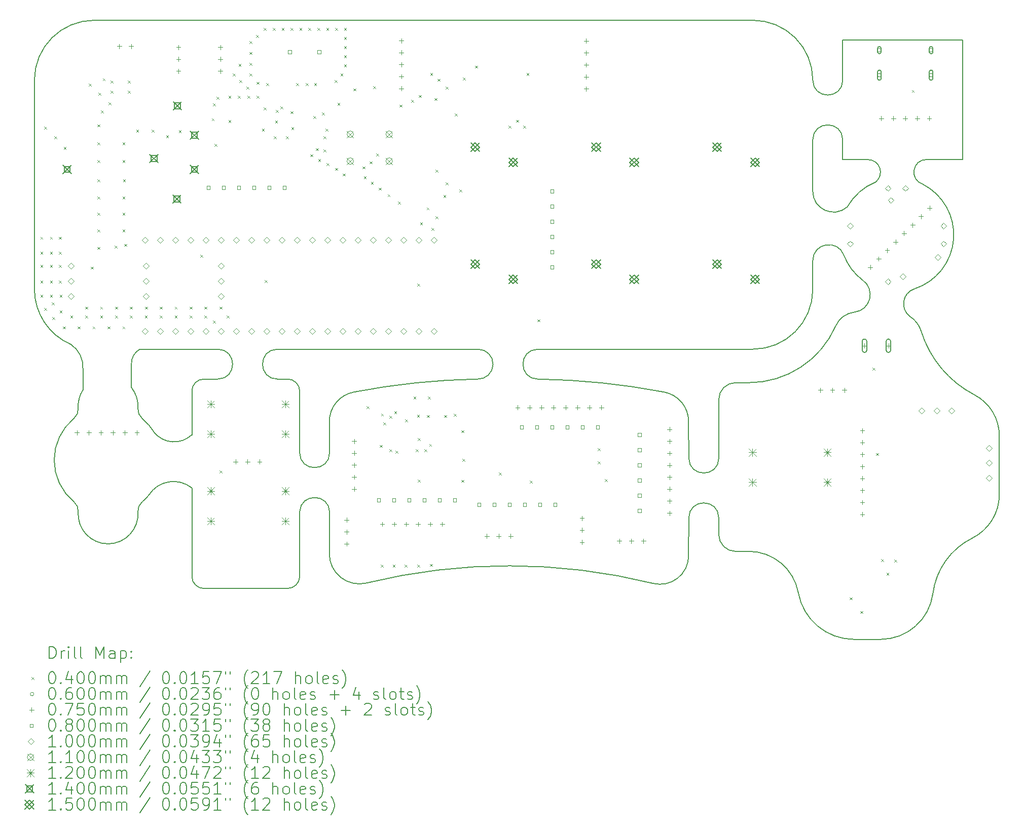
<source format=gbr>
%TF.GenerationSoftware,KiCad,Pcbnew,(6.0.9)*%
%TF.CreationDate,2022-11-09T20:57:23+01:00*%
%TF.ProjectId,libre-MIG,6c696272-652d-44d4-9947-2e6b69636164,v0.1*%
%TF.SameCoordinates,Original*%
%TF.FileFunction,Drillmap*%
%TF.FilePolarity,Positive*%
%FSLAX45Y45*%
G04 Gerber Fmt 4.5, Leading zero omitted, Abs format (unit mm)*
G04 Created by KiCad (PCBNEW (6.0.9)) date 2022-11-09 20:57:23*
%MOMM*%
%LPD*%
G01*
G04 APERTURE LIST*
%ADD10C,0.200000*%
%ADD11C,0.040000*%
%ADD12C,0.060000*%
%ADD13C,0.075000*%
%ADD14C,0.080000*%
%ADD15C,0.100000*%
%ADD16C,0.110000*%
%ADD17C,0.120000*%
%ADD18C,0.140000*%
%ADD19C,0.150000*%
G04 APERTURE END LIST*
D10*
X14760000Y-15800000D02*
X13460000Y-15800000D01*
X11700000Y-14800000D02*
G75*
G03*
X12310000Y-15720000I1004320J3680D01*
G01*
X13428723Y-16790001D02*
G75*
G03*
X13320000Y-16440000I-507202J34332D01*
G01*
X12510001Y-16480001D02*
G75*
G03*
X12431277Y-16790001I439119J-276509D01*
G01*
X13320000Y-16050000D02*
X13320000Y-16440000D01*
X12510000Y-16120000D02*
X12510000Y-16480000D01*
X12510000Y-16120000D02*
G75*
G03*
X12310000Y-15720000I-455685J22157D01*
G01*
X13460000Y-15800000D02*
G75*
G03*
X13320000Y-16050000I133637J-239037D01*
G01*
X14329998Y-19600000D02*
X14330000Y-18120000D01*
X14329998Y-16500000D02*
X14330000Y-17230000D01*
X13700000Y-17190000D02*
G75*
G03*
X13501263Y-16958831I-765881J-457419D01*
G01*
X13700000Y-17190000D02*
G75*
G03*
X14330000Y-17230000I333303J268267D01*
G01*
X13500704Y-18349741D02*
G75*
G03*
X13609440Y-18240000I-248645J355107D01*
G01*
X14330000Y-18120000D02*
G75*
G03*
X13610000Y-18240000I-306703J-379781D01*
G01*
X25220000Y-14230000D02*
G75*
G03*
X25532500Y-14645000I873391J332516D01*
G01*
X25752638Y-13003519D02*
G75*
G03*
X25277500Y-13420000I350369J-878984D01*
G01*
X26400000Y-14790000D02*
G75*
G03*
X26535000Y-13040000I-295777J903024D01*
G01*
X26510699Y-15499909D02*
G75*
G03*
X26320000Y-15250000I-437187J-135893D01*
G01*
X24700000Y-12300000D02*
X24699412Y-13160000D01*
X24700000Y-14800000D02*
X24700000Y-14320000D01*
X27200000Y-12630000D02*
X26600000Y-12628104D01*
X25620000Y-12630000D02*
X25200000Y-12630000D01*
X26600000Y-12628104D02*
G75*
G03*
X26535000Y-13040000I0J-211077D01*
G01*
X25752424Y-13002984D02*
G75*
G03*
X25620000Y-12630000I-132425J162984D01*
G01*
X26400000Y-14790000D02*
G75*
G03*
X26320000Y-15250000I79415J-250768D01*
G01*
X25395000Y-15180005D02*
G75*
G03*
X25532500Y-14645000I-31491J293265D01*
G01*
X24699412Y-13160000D02*
G75*
G03*
X25277500Y-13420000I347513J0D01*
G01*
X25220000Y-14230000D02*
G75*
G03*
X24700000Y-14320000I-252212J-90000D01*
G01*
X25200000Y-12630000D02*
X25200000Y-12300000D01*
X27200000Y-10630000D02*
X27200000Y-12630000D01*
X25200000Y-10629200D02*
X27200000Y-10629200D01*
X25200000Y-11300000D02*
X25200000Y-10629200D01*
X16130000Y-19600000D02*
X16130000Y-18520000D01*
X16130000Y-16500000D02*
X16130000Y-17530000D01*
X15760000Y-16300000D02*
X15930000Y-16300000D01*
X14760000Y-16300000D02*
X14529998Y-16300000D01*
X20110000Y-15800000D02*
X23700000Y-15800000D01*
X15760000Y-15800000D02*
X19110000Y-15800000D01*
X14529998Y-16300008D02*
G75*
G03*
X14329998Y-16500000I-8J-199992D01*
G01*
X16130000Y-16500000D02*
G75*
G03*
X15930000Y-16300000I-200000J0D01*
G01*
X14330000Y-19600000D02*
G75*
G03*
X14529998Y-19800000I200000J0D01*
G01*
X15930000Y-19800000D02*
G75*
G03*
X16130000Y-19600000I0J200000D01*
G01*
X14529998Y-19800000D02*
X15930000Y-19800000D01*
X22212059Y-16515940D02*
G75*
G03*
X20110000Y-16300000I-2294129J-11992917D01*
G01*
X19100008Y-16299800D02*
G75*
G03*
X17039704Y-16515895I213838J-11968567D01*
G01*
X14760000Y-16300000D02*
G75*
G03*
X14760000Y-15800000I0J250000D01*
G01*
X15760000Y-15800000D02*
G75*
G03*
X15760000Y-16300000I0J-250000D01*
G01*
X20110000Y-15800000D02*
G75*
G03*
X20110000Y-16300000I0J-250000D01*
G01*
X19100008Y-16299800D02*
G75*
G03*
X19110000Y-15800000I9992J249800D01*
G01*
X16130000Y-17530000D02*
G75*
G03*
X16630000Y-17530000I250000J0D01*
G01*
X16630200Y-18530000D02*
G75*
G03*
X16130000Y-18520000I-250200J0D01*
G01*
X23130000Y-18620000D02*
G75*
G03*
X22630000Y-18620000I-250000J0D01*
G01*
X22630000Y-17620000D02*
G75*
G03*
X23130000Y-17620000I250000J0D01*
G01*
X24700000Y-11300000D02*
G75*
G03*
X25200000Y-11300000I250000J0D01*
G01*
X25200000Y-12300000D02*
G75*
G03*
X24700000Y-12300000I-250000J0D01*
G01*
X13501265Y-18349742D02*
G75*
G03*
X13428723Y-18518572I126945J-154545D01*
G01*
X16630000Y-17530000D02*
X16625857Y-17008453D01*
X22625849Y-17008453D02*
G75*
G03*
X22212059Y-16515940I-500009J-7D01*
G01*
X27815813Y-17247700D02*
G75*
G03*
X27399848Y-16562912I-771653J0D01*
G01*
X23410000Y-16360000D02*
G75*
G03*
X23130000Y-16640000I0J-280000D01*
G01*
X12431278Y-18518572D02*
G75*
G03*
X12358736Y-18349741I-199488J14285D01*
G01*
X24700000Y-11300000D02*
G75*
G03*
X23700000Y-10300000I-1000000J0D01*
G01*
X22630000Y-18620000D02*
X22625851Y-19252603D01*
X25832280Y-20651570D02*
X25390600Y-20651570D01*
X23630000Y-16360000D02*
G75*
G03*
X25084009Y-15409170I0J1587150D01*
G01*
X26510699Y-15499909D02*
G75*
G03*
X27399846Y-16562910I1718851J534369D01*
G01*
X13428722Y-16790001D02*
G75*
G03*
X13501263Y-16958831I199487J-14286D01*
G01*
X22630000Y-17620000D02*
X22625854Y-17008453D01*
X24458153Y-19872195D02*
G75*
G03*
X25390600Y-20651561I932447J168115D01*
G01*
X23700000Y-15800000D02*
G75*
G03*
X24700000Y-14800000I0J1000000D01*
G01*
X23410000Y-16360000D02*
X23630000Y-16360000D01*
X25395000Y-15180000D02*
G75*
G03*
X25084015Y-15409168I43155J-384151D01*
G01*
X25832280Y-20651564D02*
G75*
G03*
X26706737Y-19881715I0J881564D01*
G01*
X16625856Y-19223713D02*
G75*
G03*
X17244900Y-19709334I499994J-7D01*
G01*
X12431277Y-18518573D02*
G75*
G03*
X13428723Y-18518573I498723J-35714D01*
G01*
X12700000Y-10300000D02*
G75*
G03*
X11700000Y-11300000I0J-1000000D01*
G01*
X27363683Y-18958836D02*
G75*
G03*
X27815808Y-18229777I-361743J729056D01*
G01*
X17039649Y-16515944D02*
G75*
G03*
X16625857Y-17008453I86201J-492506D01*
G01*
X11700000Y-11300000D02*
X11700000Y-14800000D01*
X27815810Y-17247700D02*
X27815810Y-18229777D01*
X23130000Y-18900000D02*
X23130000Y-18620000D01*
X22033530Y-19715951D02*
G75*
G03*
X17244901Y-19709349I-2407700J-9705799D01*
G01*
X12358737Y-16958831D02*
G75*
G03*
X12431277Y-16790001I-126947J154544D01*
G01*
X16630200Y-18530000D02*
X16625854Y-19223713D01*
X23700000Y-10300000D02*
X12700000Y-10300000D01*
X23130000Y-17620000D02*
X23130000Y-16640000D01*
X23410000Y-19180000D02*
X23630000Y-19180000D01*
X22033535Y-19715938D02*
G75*
G03*
X22625851Y-19252603I114936J463338D01*
G01*
X27363685Y-18958833D02*
G75*
G03*
X26706734Y-19881712I533375J-1074947D01*
G01*
X23130000Y-18900000D02*
G75*
G03*
X23410000Y-19180000I280000J0D01*
G01*
X24458158Y-19872202D02*
G75*
G03*
X23630000Y-19180000I-828158J-149308D01*
G01*
X12358735Y-16958833D02*
G75*
G03*
X12358730Y-18349737I571264J-695454D01*
G01*
D11*
X11800000Y-13920000D02*
X11840000Y-13960000D01*
X11840000Y-13920000D02*
X11800000Y-13960000D01*
X11800000Y-14170000D02*
X11840000Y-14210000D01*
X11840000Y-14170000D02*
X11800000Y-14210000D01*
X11800000Y-14390000D02*
X11840000Y-14430000D01*
X11840000Y-14390000D02*
X11800000Y-14430000D01*
X11800000Y-14650000D02*
X11840000Y-14690000D01*
X11840000Y-14650000D02*
X11800000Y-14690000D01*
X11800000Y-14890000D02*
X11840000Y-14930000D01*
X11840000Y-14890000D02*
X11800000Y-14930000D01*
X11860000Y-12080000D02*
X11900000Y-12120000D01*
X11900000Y-12080000D02*
X11860000Y-12120000D01*
X11860000Y-15110000D02*
X11900000Y-15150000D01*
X11900000Y-15110000D02*
X11860000Y-15150000D01*
X11960000Y-13920000D02*
X12000000Y-13960000D01*
X12000000Y-13920000D02*
X11960000Y-13960000D01*
X11960000Y-14170000D02*
X12000000Y-14210000D01*
X12000000Y-14170000D02*
X11960000Y-14210000D01*
X11960000Y-14390000D02*
X12000000Y-14430000D01*
X12000000Y-14390000D02*
X11960000Y-14430000D01*
X11960000Y-14650000D02*
X12000000Y-14690000D01*
X12000000Y-14650000D02*
X11960000Y-14690000D01*
X11960000Y-14890000D02*
X12000000Y-14930000D01*
X12000000Y-14890000D02*
X11960000Y-14930000D01*
X11990000Y-15020000D02*
X12030000Y-15060000D01*
X12030000Y-15020000D02*
X11990000Y-15060000D01*
X12000000Y-15260000D02*
X12040000Y-15300000D01*
X12040000Y-15260000D02*
X12000000Y-15300000D01*
X12030000Y-12240000D02*
X12070000Y-12280000D01*
X12070000Y-12240000D02*
X12030000Y-12280000D01*
X12110000Y-13920000D02*
X12150000Y-13960000D01*
X12150000Y-13920000D02*
X12110000Y-13960000D01*
X12110000Y-14170000D02*
X12150000Y-14210000D01*
X12150000Y-14170000D02*
X12110000Y-14210000D01*
X12110000Y-14390000D02*
X12150000Y-14430000D01*
X12150000Y-14390000D02*
X12110000Y-14430000D01*
X12110000Y-14650000D02*
X12150000Y-14690000D01*
X12150000Y-14650000D02*
X12110000Y-14690000D01*
X12120000Y-14890000D02*
X12160000Y-14930000D01*
X12160000Y-14890000D02*
X12120000Y-14930000D01*
X12120000Y-15150000D02*
X12160000Y-15190000D01*
X12160000Y-15150000D02*
X12120000Y-15190000D01*
X12174445Y-15420000D02*
X12214445Y-15460000D01*
X12214445Y-15420000D02*
X12174445Y-15460000D01*
X12190000Y-12420000D02*
X12230000Y-12460000D01*
X12230000Y-12420000D02*
X12190000Y-12460000D01*
X12300000Y-15240000D02*
X12340000Y-15280000D01*
X12340000Y-15240000D02*
X12300000Y-15280000D01*
X12423334Y-15420000D02*
X12463334Y-15460000D01*
X12463334Y-15420000D02*
X12423334Y-15460000D01*
X12548889Y-15240000D02*
X12588889Y-15280000D01*
X12588889Y-15240000D02*
X12548889Y-15280000D01*
X12550000Y-15090000D02*
X12590000Y-15130000D01*
X12590000Y-15090000D02*
X12550000Y-15130000D01*
X12610000Y-11360000D02*
X12650000Y-11400000D01*
X12650000Y-11360000D02*
X12610000Y-11400000D01*
X12640000Y-14420000D02*
X12680000Y-14460000D01*
X12680000Y-14420000D02*
X12640000Y-14460000D01*
X12672222Y-15420000D02*
X12712222Y-15460000D01*
X12712222Y-15420000D02*
X12672222Y-15460000D01*
X12750000Y-12040000D02*
X12790000Y-12080000D01*
X12790000Y-12040000D02*
X12750000Y-12080000D01*
X12750000Y-12340000D02*
X12790000Y-12380000D01*
X12790000Y-12340000D02*
X12750000Y-12380000D01*
X12750000Y-12640000D02*
X12790000Y-12680000D01*
X12790000Y-12640000D02*
X12750000Y-12680000D01*
X12750000Y-12960000D02*
X12790000Y-13000000D01*
X12790000Y-12960000D02*
X12750000Y-13000000D01*
X12750000Y-13250000D02*
X12790000Y-13290000D01*
X12790000Y-13250000D02*
X12750000Y-13290000D01*
X12750000Y-13520000D02*
X12790000Y-13560000D01*
X12790000Y-13520000D02*
X12750000Y-13560000D01*
X12750000Y-13800000D02*
X12790000Y-13840000D01*
X12790000Y-13800000D02*
X12750000Y-13840000D01*
X12750000Y-14090000D02*
X12790000Y-14130000D01*
X12790000Y-14090000D02*
X12750000Y-14130000D01*
X12770000Y-11510000D02*
X12810000Y-11550000D01*
X12810000Y-11510000D02*
X12770000Y-11550000D01*
X12797778Y-15240000D02*
X12837778Y-15280000D01*
X12837778Y-15240000D02*
X12797778Y-15280000D01*
X12798889Y-15090000D02*
X12838889Y-15130000D01*
X12838889Y-15090000D02*
X12798889Y-15130000D01*
X12810000Y-11810000D02*
X12850000Y-11850000D01*
X12850000Y-11810000D02*
X12810000Y-11850000D01*
X12840000Y-11270000D02*
X12880000Y-11310000D01*
X12880000Y-11270000D02*
X12840000Y-11310000D01*
X12921111Y-15420000D02*
X12961111Y-15460000D01*
X12961111Y-15420000D02*
X12921111Y-15460000D01*
X12940000Y-11670000D02*
X12980000Y-11710000D01*
X12980000Y-11670000D02*
X12940000Y-11710000D01*
X12970000Y-11310000D02*
X13010000Y-11350000D01*
X13010000Y-11310000D02*
X12970000Y-11350000D01*
X12970000Y-11480000D02*
X13010000Y-11520000D01*
X13010000Y-11480000D02*
X12970000Y-11520000D01*
X13040000Y-14070000D02*
X13080000Y-14110000D01*
X13080000Y-14070000D02*
X13040000Y-14110000D01*
X13046666Y-15240000D02*
X13086666Y-15280000D01*
X13086666Y-15240000D02*
X13046666Y-15280000D01*
X13047778Y-15090000D02*
X13087778Y-15130000D01*
X13087778Y-15090000D02*
X13047778Y-15130000D01*
X13170000Y-12340000D02*
X13210000Y-12380000D01*
X13210000Y-12340000D02*
X13170000Y-12380000D01*
X13170000Y-12640000D02*
X13210000Y-12680000D01*
X13210000Y-12640000D02*
X13170000Y-12680000D01*
X13170000Y-13250000D02*
X13210000Y-13290000D01*
X13210000Y-13250000D02*
X13170000Y-13290000D01*
X13170000Y-13520000D02*
X13210000Y-13560000D01*
X13210000Y-13520000D02*
X13170000Y-13560000D01*
X13170000Y-13800000D02*
X13210000Y-13840000D01*
X13210000Y-13800000D02*
X13170000Y-13840000D01*
X13170000Y-15420000D02*
X13210000Y-15460000D01*
X13210000Y-15420000D02*
X13170000Y-15460000D01*
X13180000Y-12960000D02*
X13220000Y-13000000D01*
X13220000Y-12960000D02*
X13180000Y-13000000D01*
X13200000Y-14040000D02*
X13240000Y-14080000D01*
X13240000Y-14040000D02*
X13200000Y-14080000D01*
X13260000Y-11310000D02*
X13300000Y-11350000D01*
X13300000Y-11310000D02*
X13260000Y-11350000D01*
X13260000Y-11480000D02*
X13300000Y-11520000D01*
X13300000Y-11480000D02*
X13260000Y-11520000D01*
X13295555Y-15240000D02*
X13335555Y-15280000D01*
X13335555Y-15240000D02*
X13295555Y-15280000D01*
X13296666Y-15090000D02*
X13336666Y-15130000D01*
X13336666Y-15090000D02*
X13296666Y-15130000D01*
X13400000Y-12130000D02*
X13440000Y-12170000D01*
X13440000Y-12130000D02*
X13400000Y-12170000D01*
X13544444Y-15240000D02*
X13584444Y-15280000D01*
X13584444Y-15240000D02*
X13544444Y-15280000D01*
X13545555Y-15090000D02*
X13585555Y-15130000D01*
X13585555Y-15090000D02*
X13545555Y-15130000D01*
X13660000Y-12130000D02*
X13700000Y-12170000D01*
X13700000Y-12130000D02*
X13660000Y-12170000D01*
X13793333Y-15240000D02*
X13833333Y-15280000D01*
X13833333Y-15240000D02*
X13793333Y-15280000D01*
X13794444Y-15090000D02*
X13834444Y-15130000D01*
X13834444Y-15090000D02*
X13794444Y-15130000D01*
X13900000Y-12220000D02*
X13940000Y-12260000D01*
X13940000Y-12220000D02*
X13900000Y-12260000D01*
X14042222Y-15240000D02*
X14082222Y-15280000D01*
X14082222Y-15240000D02*
X14042222Y-15280000D01*
X14043333Y-15090000D02*
X14083333Y-15130000D01*
X14083333Y-15090000D02*
X14043333Y-15130000D01*
X14110000Y-12140000D02*
X14150000Y-12180000D01*
X14150000Y-12140000D02*
X14110000Y-12180000D01*
X14291110Y-15240000D02*
X14331110Y-15280000D01*
X14331110Y-15240000D02*
X14291110Y-15280000D01*
X14292222Y-15090000D02*
X14332222Y-15130000D01*
X14332222Y-15090000D02*
X14292222Y-15130000D01*
X14470000Y-14220000D02*
X14510000Y-14260000D01*
X14510000Y-14220000D02*
X14470000Y-14260000D01*
X14540000Y-15240000D02*
X14580000Y-15280000D01*
X14580000Y-15240000D02*
X14540000Y-15280000D01*
X14541110Y-15090000D02*
X14581110Y-15130000D01*
X14581110Y-15090000D02*
X14541110Y-15130000D01*
X14660000Y-11940000D02*
X14700000Y-11980000D01*
X14700000Y-11940000D02*
X14660000Y-11980000D01*
X14680000Y-11690000D02*
X14720000Y-11730000D01*
X14720000Y-11690000D02*
X14680000Y-11730000D01*
X14680000Y-15320000D02*
X14720000Y-15360000D01*
X14720000Y-15320000D02*
X14680000Y-15360000D01*
X14710000Y-12370000D02*
X14750000Y-12410000D01*
X14750000Y-12370000D02*
X14710000Y-12410000D01*
X14740000Y-11580000D02*
X14780000Y-11620000D01*
X14780000Y-11580000D02*
X14740000Y-11620000D01*
X14790000Y-15090000D02*
X14830000Y-15130000D01*
X14830000Y-15090000D02*
X14790000Y-15130000D01*
X14790000Y-17828579D02*
X14830000Y-17868579D01*
X14830000Y-17828579D02*
X14790000Y-17868579D01*
X14910000Y-15240000D02*
X14950000Y-15280000D01*
X14950000Y-15240000D02*
X14910000Y-15280000D01*
X14940000Y-11560000D02*
X14980000Y-11600000D01*
X14980000Y-11560000D02*
X14940000Y-11600000D01*
X14940000Y-11970000D02*
X14980000Y-12010000D01*
X14980000Y-11970000D02*
X14940000Y-12010000D01*
X15010000Y-11190000D02*
X15050000Y-11230000D01*
X15050000Y-11190000D02*
X15010000Y-11230000D01*
X15100000Y-11560000D02*
X15140000Y-11600000D01*
X15140000Y-11560000D02*
X15100000Y-11600000D01*
X15110000Y-11030000D02*
X15150000Y-11070000D01*
X15150000Y-11030000D02*
X15110000Y-11070000D01*
X15120000Y-11300000D02*
X15160000Y-11340000D01*
X15160000Y-11300000D02*
X15120000Y-11340000D01*
X15240000Y-11410000D02*
X15280000Y-11450000D01*
X15280000Y-11410000D02*
X15240000Y-11450000D01*
X15260000Y-11560000D02*
X15300000Y-11600000D01*
X15300000Y-11560000D02*
X15260000Y-11600000D01*
X15291300Y-10650000D02*
X15331300Y-10690000D01*
X15331300Y-10650000D02*
X15291300Y-10690000D01*
X15291300Y-10830000D02*
X15331300Y-10870000D01*
X15331300Y-10830000D02*
X15291300Y-10870000D01*
X15291300Y-11010000D02*
X15331300Y-11050000D01*
X15331300Y-11010000D02*
X15291300Y-11050000D01*
X15291300Y-11190000D02*
X15331300Y-11230000D01*
X15331300Y-11190000D02*
X15291300Y-11230000D01*
X15405000Y-10544900D02*
X15445000Y-10584900D01*
X15445000Y-10544900D02*
X15405000Y-10584900D01*
X15410000Y-11560000D02*
X15450000Y-11600000D01*
X15450000Y-11560000D02*
X15410000Y-11600000D01*
X15411300Y-11330000D02*
X15451300Y-11370000D01*
X15451300Y-11330000D02*
X15411300Y-11370000D01*
X15500000Y-12110000D02*
X15540000Y-12150000D01*
X15540000Y-12110000D02*
X15500000Y-12150000D01*
X15530000Y-11760000D02*
X15570000Y-11800000D01*
X15570000Y-11760000D02*
X15530000Y-11800000D01*
X15531300Y-10430000D02*
X15571300Y-10470000D01*
X15571300Y-10430000D02*
X15531300Y-10470000D01*
X15545000Y-14645000D02*
X15585000Y-14685000D01*
X15585000Y-14645000D02*
X15545000Y-14685000D01*
X15571300Y-11350000D02*
X15611300Y-11390000D01*
X15611300Y-11350000D02*
X15571300Y-11390000D01*
X15680190Y-10430000D02*
X15720190Y-10470000D01*
X15720190Y-10430000D02*
X15680190Y-10470000D01*
X15700000Y-12240000D02*
X15740000Y-12280000D01*
X15740000Y-12240000D02*
X15700000Y-12280000D01*
X15720000Y-11980000D02*
X15760000Y-12020000D01*
X15760000Y-11980000D02*
X15720000Y-12020000D01*
X15730000Y-11800000D02*
X15770000Y-11840000D01*
X15770000Y-11800000D02*
X15730000Y-11840000D01*
X15810000Y-11740000D02*
X15850000Y-11780000D01*
X15850000Y-11740000D02*
X15810000Y-11780000D01*
X15829078Y-10430000D02*
X15869078Y-10470000D01*
X15869078Y-10430000D02*
X15829078Y-10470000D01*
X15900000Y-12240000D02*
X15940000Y-12280000D01*
X15940000Y-12240000D02*
X15900000Y-12280000D01*
X15977967Y-10430000D02*
X16017967Y-10470000D01*
X16017967Y-10430000D02*
X15977967Y-10470000D01*
X15980000Y-11820000D02*
X16020000Y-11860000D01*
X16020000Y-11820000D02*
X15980000Y-11860000D01*
X15990000Y-12090000D02*
X16030000Y-12130000D01*
X16030000Y-12090000D02*
X15990000Y-12130000D01*
X16071300Y-11350000D02*
X16111300Y-11390000D01*
X16111300Y-11350000D02*
X16071300Y-11390000D01*
X16126856Y-10430000D02*
X16166856Y-10470000D01*
X16166856Y-10430000D02*
X16126856Y-10470000D01*
X16231300Y-11350000D02*
X16271300Y-11390000D01*
X16271300Y-11350000D02*
X16231300Y-11390000D01*
X16275745Y-10430000D02*
X16315745Y-10470000D01*
X16315745Y-10430000D02*
X16275745Y-10470000D01*
X16310000Y-12540000D02*
X16350000Y-12580000D01*
X16350000Y-12540000D02*
X16310000Y-12580000D01*
X16360000Y-11899150D02*
X16400000Y-11939150D01*
X16400000Y-11899150D02*
X16360000Y-11939150D01*
X16371300Y-11350000D02*
X16411300Y-11390000D01*
X16411300Y-11350000D02*
X16371300Y-11390000D01*
X16400000Y-12440000D02*
X16440000Y-12480000D01*
X16440000Y-12440000D02*
X16400000Y-12480000D01*
X16424634Y-10430000D02*
X16464634Y-10470000D01*
X16464634Y-10430000D02*
X16424634Y-10470000D01*
X16440000Y-12620000D02*
X16480000Y-12660000D01*
X16480000Y-12620000D02*
X16440000Y-12660000D01*
X16500000Y-11840000D02*
X16540000Y-11880000D01*
X16540000Y-11840000D02*
X16500000Y-11880000D01*
X16530000Y-12240000D02*
X16570000Y-12280000D01*
X16570000Y-12240000D02*
X16530000Y-12280000D01*
X16530000Y-12460000D02*
X16570000Y-12500000D01*
X16570000Y-12460000D02*
X16530000Y-12500000D01*
X16560000Y-12110000D02*
X16600000Y-12150000D01*
X16600000Y-12110000D02*
X16560000Y-12150000D01*
X16573522Y-10430000D02*
X16613522Y-10470000D01*
X16613522Y-10430000D02*
X16573522Y-10470000D01*
X16580000Y-12690000D02*
X16620000Y-12730000D01*
X16620000Y-12690000D02*
X16580000Y-12730000D01*
X16712100Y-11297900D02*
X16752100Y-11337900D01*
X16752100Y-11297900D02*
X16712100Y-11337900D01*
X16720000Y-12770000D02*
X16760000Y-12810000D01*
X16760000Y-12770000D02*
X16720000Y-12810000D01*
X16722411Y-10430000D02*
X16762411Y-10470000D01*
X16762411Y-10430000D02*
X16722411Y-10470000D01*
X16760000Y-11680000D02*
X16800000Y-11720000D01*
X16800000Y-11680000D02*
X16760000Y-11720000D01*
X16811300Y-11190000D02*
X16851300Y-11230000D01*
X16851300Y-11190000D02*
X16811300Y-11230000D01*
X16850000Y-12862550D02*
X16890000Y-12902550D01*
X16890000Y-12862550D02*
X16850000Y-12902550D01*
X16871300Y-10430000D02*
X16911300Y-10470000D01*
X16911300Y-10430000D02*
X16871300Y-10470000D01*
X16871300Y-10582000D02*
X16911300Y-10622000D01*
X16911300Y-10582000D02*
X16871300Y-10622000D01*
X16871300Y-10734000D02*
X16911300Y-10774000D01*
X16911300Y-10734000D02*
X16871300Y-10774000D01*
X16871300Y-10886000D02*
X16911300Y-10926000D01*
X16911300Y-10886000D02*
X16871300Y-10926000D01*
X16871300Y-11038000D02*
X16911300Y-11078000D01*
X16911300Y-11038000D02*
X16871300Y-11078000D01*
X17030000Y-11440000D02*
X17070000Y-11480000D01*
X17070000Y-11440000D02*
X17030000Y-11480000D01*
X17182694Y-12742694D02*
X17222694Y-12782694D01*
X17222694Y-12742694D02*
X17182694Y-12782694D01*
X17200000Y-12910000D02*
X17240000Y-12950000D01*
X17240000Y-12910000D02*
X17200000Y-12950000D01*
X17250000Y-16754900D02*
X17290000Y-16794900D01*
X17290000Y-16754900D02*
X17250000Y-16794900D01*
X17300000Y-12660000D02*
X17340000Y-12700000D01*
X17340000Y-12660000D02*
X17300000Y-12700000D01*
X17320000Y-13000000D02*
X17360000Y-13040000D01*
X17360000Y-13000000D02*
X17320000Y-13040000D01*
X17356600Y-11402200D02*
X17396600Y-11442200D01*
X17396600Y-11402200D02*
X17356600Y-11442200D01*
X17410000Y-12530000D02*
X17450000Y-12570000D01*
X17450000Y-12530000D02*
X17410000Y-12570000D01*
X17450000Y-13100000D02*
X17490000Y-13140000D01*
X17490000Y-13100000D02*
X17450000Y-13140000D01*
X17464900Y-17401200D02*
X17504900Y-17441200D01*
X17504900Y-17401200D02*
X17464900Y-17441200D01*
X17484300Y-19400000D02*
X17524300Y-19440000D01*
X17524300Y-19400000D02*
X17484300Y-19440000D01*
X17490000Y-16874900D02*
X17530000Y-16914900D01*
X17530000Y-16874900D02*
X17490000Y-16914900D01*
X17524900Y-17021200D02*
X17564900Y-17061200D01*
X17564900Y-17021200D02*
X17524900Y-17061200D01*
X17600000Y-13210000D02*
X17640000Y-13250000D01*
X17640000Y-13210000D02*
X17600000Y-13250000D01*
X17630000Y-16914900D02*
X17670000Y-16954900D01*
X17670000Y-16914900D02*
X17630000Y-16954900D01*
X17630000Y-17474900D02*
X17670000Y-17514900D01*
X17670000Y-17474900D02*
X17630000Y-17514900D01*
X17684300Y-19400000D02*
X17724300Y-19440000D01*
X17724300Y-19400000D02*
X17684300Y-19440000D01*
X17710000Y-16834900D02*
X17750000Y-16874900D01*
X17750000Y-16834900D02*
X17710000Y-16874900D01*
X17730000Y-17494900D02*
X17770000Y-17534900D01*
X17770000Y-17494900D02*
X17730000Y-17534900D01*
X17770000Y-13330000D02*
X17810000Y-13370000D01*
X17810000Y-13330000D02*
X17770000Y-13370000D01*
X17800000Y-11710000D02*
X17840000Y-11750000D01*
X17840000Y-11710000D02*
X17800000Y-11750000D01*
X17884300Y-19400000D02*
X17924300Y-19440000D01*
X17924300Y-19400000D02*
X17884300Y-19440000D01*
X17890000Y-16974900D02*
X17930000Y-17014900D01*
X17930000Y-16974900D02*
X17890000Y-17014900D01*
X17990000Y-11630000D02*
X18030000Y-11670000D01*
X18030000Y-11630000D02*
X17990000Y-11670000D01*
X18030000Y-16594900D02*
X18070000Y-16634900D01*
X18070000Y-16594900D02*
X18030000Y-16634900D01*
X18070000Y-17474900D02*
X18110000Y-17514900D01*
X18110000Y-17474900D02*
X18070000Y-17514900D01*
X18090000Y-16894900D02*
X18130000Y-16934900D01*
X18130000Y-16894900D02*
X18090000Y-16934900D01*
X18094300Y-19400000D02*
X18134300Y-19440000D01*
X18134300Y-19400000D02*
X18094300Y-19440000D01*
X18095000Y-14705000D02*
X18135000Y-14745000D01*
X18135000Y-14705000D02*
X18095000Y-14745000D01*
X18104300Y-17980000D02*
X18144300Y-18020000D01*
X18144300Y-17980000D02*
X18104300Y-18020000D01*
X18104905Y-17283655D02*
X18144905Y-17323655D01*
X18144905Y-17283655D02*
X18104905Y-17323655D01*
X18120000Y-11550000D02*
X18160000Y-11590000D01*
X18160000Y-11550000D02*
X18120000Y-11590000D01*
X18140000Y-13680000D02*
X18180000Y-13720000D01*
X18180000Y-13680000D02*
X18140000Y-13720000D01*
X18210000Y-17474900D02*
X18250000Y-17514900D01*
X18250000Y-17474900D02*
X18210000Y-17514900D01*
X18250000Y-13430000D02*
X18290000Y-13470000D01*
X18290000Y-13430000D02*
X18250000Y-13470000D01*
X18254900Y-16901200D02*
X18294900Y-16941200D01*
X18294900Y-16901200D02*
X18254900Y-16941200D01*
X18270000Y-16594900D02*
X18310000Y-16634900D01*
X18310000Y-16594900D02*
X18270000Y-16634900D01*
X18293183Y-17382450D02*
X18333183Y-17422450D01*
X18333183Y-17382450D02*
X18293183Y-17422450D01*
X18304300Y-19390000D02*
X18344300Y-19430000D01*
X18344300Y-19390000D02*
X18304300Y-19430000D01*
X18310000Y-11180000D02*
X18350000Y-11220000D01*
X18350000Y-11180000D02*
X18310000Y-11220000D01*
X18330000Y-13770000D02*
X18370000Y-13810000D01*
X18370000Y-13770000D02*
X18330000Y-13810000D01*
X18380000Y-11600000D02*
X18420000Y-11640000D01*
X18420000Y-11600000D02*
X18380000Y-11640000D01*
X18400000Y-12800000D02*
X18440000Y-12840000D01*
X18440000Y-12800000D02*
X18400000Y-12840000D01*
X18400000Y-13580000D02*
X18440000Y-13620000D01*
X18440000Y-13580000D02*
X18400000Y-13620000D01*
X18430000Y-11280000D02*
X18470000Y-11320000D01*
X18470000Y-11280000D02*
X18430000Y-11320000D01*
X18530000Y-13220000D02*
X18570000Y-13260000D01*
X18570000Y-13220000D02*
X18530000Y-13260000D01*
X18540150Y-16901200D02*
X18580150Y-16941200D01*
X18580150Y-16901200D02*
X18540150Y-16941200D01*
X18569950Y-13010000D02*
X18609950Y-13050000D01*
X18609950Y-13010000D02*
X18569950Y-13050000D01*
X18570000Y-11410000D02*
X18610000Y-11450000D01*
X18610000Y-11410000D02*
X18570000Y-11450000D01*
X18704900Y-16881200D02*
X18744900Y-16921200D01*
X18744900Y-16881200D02*
X18704900Y-16921200D01*
X18720000Y-11860000D02*
X18760000Y-11900000D01*
X18760000Y-11860000D02*
X18720000Y-11900000D01*
X18800000Y-13130000D02*
X18840000Y-13170000D01*
X18840000Y-13130000D02*
X18800000Y-13170000D01*
X18830000Y-17154900D02*
X18870000Y-17194900D01*
X18870000Y-17154900D02*
X18830000Y-17194900D01*
X18830000Y-17985700D02*
X18870000Y-18025700D01*
X18870000Y-17985700D02*
X18830000Y-18025700D01*
X18850000Y-17634900D02*
X18890000Y-17674900D01*
X18890000Y-17634900D02*
X18850000Y-17674900D01*
X18855700Y-11254900D02*
X18895700Y-11294900D01*
X18895700Y-11254900D02*
X18855700Y-11294900D01*
X19060000Y-11060000D02*
X19100000Y-11100000D01*
X19100000Y-11060000D02*
X19060000Y-11100000D01*
X19454900Y-17861200D02*
X19494900Y-17901200D01*
X19494900Y-17861200D02*
X19454900Y-17901200D01*
X19615700Y-12064900D02*
X19655700Y-12104900D01*
X19655700Y-12064900D02*
X19615700Y-12104900D01*
X19745700Y-11964900D02*
X19785700Y-12004900D01*
X19785700Y-11964900D02*
X19745700Y-12004900D01*
X19865700Y-12064900D02*
X19905700Y-12104900D01*
X19905700Y-12064900D02*
X19865700Y-12104900D01*
X19920000Y-11180000D02*
X19960000Y-11220000D01*
X19960000Y-11180000D02*
X19920000Y-11220000D01*
X19974300Y-18000000D02*
X20014300Y-18040000D01*
X20014300Y-18000000D02*
X19974300Y-18040000D01*
X20100000Y-15300000D02*
X20140000Y-15340000D01*
X20140000Y-15300000D02*
X20100000Y-15340000D01*
X21110000Y-17454900D02*
X21150000Y-17494900D01*
X21150000Y-17454900D02*
X21110000Y-17494900D01*
X21110000Y-17673750D02*
X21150000Y-17713750D01*
X21150000Y-17673750D02*
X21110000Y-17713750D01*
X21230000Y-17974900D02*
X21270000Y-18014900D01*
X21270000Y-17974900D02*
X21230000Y-18014900D01*
X25314926Y-19950000D02*
X25354926Y-19990000D01*
X25354926Y-19950000D02*
X25314926Y-19990000D01*
X25497124Y-20177924D02*
X25537124Y-20217924D01*
X25537124Y-20177924D02*
X25497124Y-20217924D01*
X25700000Y-16110000D02*
X25740000Y-16150000D01*
X25740000Y-16110000D02*
X25700000Y-16150000D01*
X25754300Y-17535100D02*
X25794300Y-17575100D01*
X25794300Y-17535100D02*
X25754300Y-17575100D01*
X25840000Y-19310800D02*
X25880000Y-19350800D01*
X25880000Y-19310800D02*
X25840000Y-19350800D01*
X25930000Y-19539987D02*
X25970000Y-19579987D01*
X25970000Y-19539987D02*
X25930000Y-19579987D01*
X26064300Y-19315100D02*
X26104300Y-19355100D01*
X26104300Y-19315100D02*
X26064300Y-19355100D01*
X26354300Y-11465000D02*
X26394300Y-11505000D01*
X26394300Y-11465000D02*
X26354300Y-11505000D01*
D12*
X25842300Y-10800000D02*
G75*
G03*
X25842300Y-10800000I-30000J0D01*
G01*
D10*
X25842300Y-10830000D02*
X25842300Y-10770000D01*
X25782300Y-10830000D02*
X25782300Y-10770000D01*
X25842300Y-10770000D02*
G75*
G03*
X25782300Y-10770000I-30000J0D01*
G01*
X25782300Y-10830000D02*
G75*
G03*
X25842300Y-10830000I30000J0D01*
G01*
D12*
X25842300Y-11218000D02*
G75*
G03*
X25842300Y-11218000I-30000J0D01*
G01*
D10*
X25842300Y-11273000D02*
X25842300Y-11163000D01*
X25782300Y-11273000D02*
X25782300Y-11163000D01*
X25842300Y-11163000D02*
G75*
G03*
X25782300Y-11163000I-30000J0D01*
G01*
X25782300Y-11273000D02*
G75*
G03*
X25842300Y-11273000I30000J0D01*
G01*
D12*
X26706300Y-10800000D02*
G75*
G03*
X26706300Y-10800000I-30000J0D01*
G01*
D10*
X26706300Y-10830000D02*
X26706300Y-10770000D01*
X26646300Y-10830000D02*
X26646300Y-10770000D01*
X26706300Y-10770000D02*
G75*
G03*
X26646300Y-10770000I-30000J0D01*
G01*
X26646300Y-10830000D02*
G75*
G03*
X26706300Y-10830000I30000J0D01*
G01*
D12*
X26706300Y-11218000D02*
G75*
G03*
X26706300Y-11218000I-30000J0D01*
G01*
D10*
X26706300Y-11273000D02*
X26706300Y-11163000D01*
X26646300Y-11273000D02*
X26646300Y-11163000D01*
X26706300Y-11163000D02*
G75*
G03*
X26646300Y-11163000I-30000J0D01*
G01*
X26646300Y-11273000D02*
G75*
G03*
X26706300Y-11273000I30000J0D01*
G01*
D13*
X12410570Y-17157337D02*
X12410570Y-17232337D01*
X12373070Y-17194837D02*
X12448070Y-17194837D01*
X12610570Y-17157337D02*
X12610570Y-17232337D01*
X12573070Y-17194837D02*
X12648070Y-17194837D01*
X12810570Y-17157337D02*
X12810570Y-17232337D01*
X12773070Y-17194837D02*
X12848070Y-17194837D01*
X13010570Y-17157337D02*
X13010570Y-17232337D01*
X12973070Y-17194837D02*
X13048070Y-17194837D01*
X13115700Y-10697400D02*
X13115700Y-10772400D01*
X13078200Y-10734900D02*
X13153200Y-10734900D01*
X13210570Y-17157337D02*
X13210570Y-17232337D01*
X13173070Y-17194837D02*
X13248070Y-17194837D01*
X13315700Y-10697400D02*
X13315700Y-10772400D01*
X13278200Y-10734900D02*
X13353200Y-10734900D01*
X13410570Y-17157337D02*
X13410570Y-17232337D01*
X13373070Y-17194837D02*
X13448070Y-17194837D01*
X14105000Y-10712500D02*
X14105000Y-10787500D01*
X14067500Y-10750000D02*
X14142500Y-10750000D01*
X14105000Y-10912500D02*
X14105000Y-10987500D01*
X14067500Y-10950000D02*
X14142500Y-10950000D01*
X14105000Y-11112500D02*
X14105000Y-11187500D01*
X14067500Y-11150000D02*
X14142500Y-11150000D01*
X14805000Y-10712500D02*
X14805000Y-10787500D01*
X14767500Y-10750000D02*
X14842500Y-10750000D01*
X14805000Y-10912500D02*
X14805000Y-10987500D01*
X14767500Y-10950000D02*
X14842500Y-10950000D01*
X14805000Y-11112500D02*
X14805000Y-11187500D01*
X14767500Y-11150000D02*
X14842500Y-11150000D01*
X15060000Y-17642500D02*
X15060000Y-17717500D01*
X15022500Y-17680000D02*
X15097500Y-17680000D01*
X15260000Y-17642500D02*
X15260000Y-17717500D01*
X15222500Y-17680000D02*
X15297500Y-17680000D01*
X15460000Y-17642500D02*
X15460000Y-17717500D01*
X15422500Y-17680000D02*
X15497500Y-17680000D01*
X16912800Y-18617400D02*
X16912800Y-18692400D01*
X16875300Y-18654900D02*
X16950300Y-18654900D01*
X16912800Y-18817400D02*
X16912800Y-18892400D01*
X16875300Y-18854900D02*
X16950300Y-18854900D01*
X16912800Y-19017400D02*
X16912800Y-19092400D01*
X16875300Y-19054900D02*
X16950300Y-19054900D01*
X17039900Y-17299800D02*
X17039900Y-17374800D01*
X17002400Y-17337300D02*
X17077400Y-17337300D01*
X17039900Y-17499800D02*
X17039900Y-17574800D01*
X17002400Y-17537300D02*
X17077400Y-17537300D01*
X17039900Y-17699800D02*
X17039900Y-17774800D01*
X17002400Y-17737300D02*
X17077400Y-17737300D01*
X17039900Y-17899800D02*
X17039900Y-17974800D01*
X17002400Y-17937300D02*
X17077400Y-17937300D01*
X17039900Y-18099800D02*
X17039900Y-18174800D01*
X17002400Y-18137300D02*
X17077400Y-18137300D01*
X17509200Y-18686200D02*
X17509200Y-18761200D01*
X17471700Y-18723700D02*
X17546700Y-18723700D01*
X17709200Y-18686200D02*
X17709200Y-18761200D01*
X17671700Y-18723700D02*
X17746700Y-18723700D01*
X17830000Y-10602500D02*
X17830000Y-10677500D01*
X17792500Y-10640000D02*
X17867500Y-10640000D01*
X17830000Y-10802500D02*
X17830000Y-10877500D01*
X17792500Y-10840000D02*
X17867500Y-10840000D01*
X17830000Y-11002500D02*
X17830000Y-11077500D01*
X17792500Y-11040000D02*
X17867500Y-11040000D01*
X17830000Y-11202500D02*
X17830000Y-11277500D01*
X17792500Y-11240000D02*
X17867500Y-11240000D01*
X17830000Y-11402500D02*
X17830000Y-11477500D01*
X17792500Y-11440000D02*
X17867500Y-11440000D01*
X17909200Y-18686200D02*
X17909200Y-18761200D01*
X17871700Y-18723700D02*
X17946700Y-18723700D01*
X18109200Y-18686200D02*
X18109200Y-18761200D01*
X18071700Y-18723700D02*
X18146700Y-18723700D01*
X18309200Y-18686200D02*
X18309200Y-18761200D01*
X18271700Y-18723700D02*
X18346700Y-18723700D01*
X18509200Y-18686200D02*
X18509200Y-18761200D01*
X18471700Y-18723700D02*
X18546700Y-18723700D01*
X19254300Y-18887500D02*
X19254300Y-18962500D01*
X19216800Y-18925000D02*
X19291800Y-18925000D01*
X19454300Y-18887500D02*
X19454300Y-18962500D01*
X19416800Y-18925000D02*
X19491800Y-18925000D01*
X19654300Y-18887500D02*
X19654300Y-18962500D01*
X19616800Y-18925000D02*
X19691800Y-18925000D01*
X19770000Y-16737400D02*
X19770000Y-16812400D01*
X19732500Y-16774900D02*
X19807500Y-16774900D01*
X19970000Y-16737400D02*
X19970000Y-16812400D01*
X19932500Y-16774900D02*
X20007500Y-16774900D01*
X20170000Y-16737400D02*
X20170000Y-16812400D01*
X20132500Y-16774900D02*
X20207500Y-16774900D01*
X20370000Y-16737400D02*
X20370000Y-16812400D01*
X20332500Y-16774900D02*
X20407500Y-16774900D01*
X20570000Y-16737400D02*
X20570000Y-16812400D01*
X20532500Y-16774900D02*
X20607500Y-16774900D01*
X20770000Y-16737400D02*
X20770000Y-16812400D01*
X20732500Y-16774900D02*
X20807500Y-16774900D01*
X20845000Y-18587400D02*
X20845000Y-18662400D01*
X20807500Y-18624900D02*
X20882500Y-18624900D01*
X20845000Y-18787400D02*
X20845000Y-18862400D01*
X20807500Y-18824900D02*
X20882500Y-18824900D01*
X20845000Y-18987400D02*
X20845000Y-19062400D01*
X20807500Y-19024900D02*
X20882500Y-19024900D01*
X20915700Y-10607400D02*
X20915700Y-10682400D01*
X20878200Y-10644900D02*
X20953200Y-10644900D01*
X20915700Y-10807400D02*
X20915700Y-10882400D01*
X20878200Y-10844900D02*
X20953200Y-10844900D01*
X20915700Y-11007400D02*
X20915700Y-11082400D01*
X20878200Y-11044900D02*
X20953200Y-11044900D01*
X20915700Y-11207400D02*
X20915700Y-11282400D01*
X20878200Y-11244900D02*
X20953200Y-11244900D01*
X20915700Y-11407400D02*
X20915700Y-11482400D01*
X20878200Y-11444900D02*
X20953200Y-11444900D01*
X20970000Y-16737400D02*
X20970000Y-16812400D01*
X20932500Y-16774900D02*
X21007500Y-16774900D01*
X21170000Y-16737400D02*
X21170000Y-16812400D01*
X21132500Y-16774900D02*
X21207500Y-16774900D01*
X21470000Y-18967400D02*
X21470000Y-19042400D01*
X21432500Y-19004900D02*
X21507500Y-19004900D01*
X21670000Y-18967400D02*
X21670000Y-19042400D01*
X21632500Y-19004900D02*
X21707500Y-19004900D01*
X21870000Y-18967400D02*
X21870000Y-19042400D01*
X21832500Y-19004900D02*
X21907500Y-19004900D01*
X22306000Y-17101400D02*
X22306000Y-17176400D01*
X22268500Y-17138900D02*
X22343500Y-17138900D01*
X22306000Y-17301400D02*
X22306000Y-17376400D01*
X22268500Y-17338900D02*
X22343500Y-17338900D01*
X22306000Y-17501400D02*
X22306000Y-17576400D01*
X22268500Y-17538900D02*
X22343500Y-17538900D01*
X22306000Y-17701400D02*
X22306000Y-17776400D01*
X22268500Y-17738900D02*
X22343500Y-17738900D01*
X22306000Y-17901400D02*
X22306000Y-17976400D01*
X22268500Y-17938900D02*
X22343500Y-17938900D01*
X22306000Y-18101400D02*
X22306000Y-18176400D01*
X22268500Y-18138900D02*
X22343500Y-18138900D01*
X22306000Y-18301400D02*
X22306000Y-18376400D01*
X22268500Y-18338900D02*
X22343500Y-18338900D01*
X22306000Y-18501400D02*
X22306000Y-18576400D01*
X22268500Y-18538900D02*
X22343500Y-18538900D01*
X24827500Y-16446787D02*
X24827500Y-16521787D01*
X24790000Y-16484287D02*
X24865000Y-16484287D01*
X25027500Y-16446787D02*
X25027500Y-16521787D01*
X24990000Y-16484287D02*
X25065000Y-16484287D01*
X25227500Y-16446787D02*
X25227500Y-16521787D01*
X25190000Y-16484287D02*
X25265000Y-16484287D01*
X25526500Y-17122587D02*
X25526500Y-17197587D01*
X25489000Y-17160087D02*
X25564000Y-17160087D01*
X25526500Y-17322587D02*
X25526500Y-17397587D01*
X25489000Y-17360087D02*
X25564000Y-17360087D01*
X25526500Y-17522587D02*
X25526500Y-17597587D01*
X25489000Y-17560087D02*
X25564000Y-17560087D01*
X25526500Y-17722587D02*
X25526500Y-17797587D01*
X25489000Y-17760087D02*
X25564000Y-17760087D01*
X25526500Y-17922587D02*
X25526500Y-17997587D01*
X25489000Y-17960087D02*
X25564000Y-17960087D01*
X25526500Y-18122587D02*
X25526500Y-18197587D01*
X25489000Y-18160087D02*
X25564000Y-18160087D01*
X25526500Y-18322587D02*
X25526500Y-18397587D01*
X25489000Y-18360087D02*
X25564000Y-18360087D01*
X25526500Y-18522587D02*
X25526500Y-18597587D01*
X25489000Y-18560087D02*
X25564000Y-18560087D01*
X25563400Y-15704087D02*
X25563400Y-15779087D01*
X25525900Y-15741587D02*
X25600900Y-15741587D01*
D10*
X25600900Y-15816587D02*
X25600900Y-15666587D01*
X25525900Y-15816587D02*
X25525900Y-15666587D01*
X25600900Y-15666587D02*
G75*
G03*
X25525900Y-15666587I-37500J0D01*
G01*
X25525900Y-15816587D02*
G75*
G03*
X25600900Y-15816587I37500J0D01*
G01*
D13*
X25658937Y-14391386D02*
X25658937Y-14466386D01*
X25621437Y-14428886D02*
X25696437Y-14428886D01*
X25800358Y-14249965D02*
X25800358Y-14324965D01*
X25762858Y-14287465D02*
X25837858Y-14287465D01*
X25844300Y-11902500D02*
X25844300Y-11977500D01*
X25806800Y-11940000D02*
X25881800Y-11940000D01*
X25941779Y-14108543D02*
X25941779Y-14183543D01*
X25904279Y-14146043D02*
X25979279Y-14146043D01*
X25963400Y-15704087D02*
X25963400Y-15779087D01*
X25925900Y-15741587D02*
X26000900Y-15741587D01*
D10*
X26000900Y-15816587D02*
X26000900Y-15666587D01*
X25925900Y-15816587D02*
X25925900Y-15666587D01*
X26000900Y-15666587D02*
G75*
G03*
X25925900Y-15666587I-37500J0D01*
G01*
X25925900Y-15816587D02*
G75*
G03*
X26000900Y-15816587I37500J0D01*
G01*
D13*
X26044300Y-11902500D02*
X26044300Y-11977500D01*
X26006800Y-11940000D02*
X26081800Y-11940000D01*
X26083201Y-13967122D02*
X26083201Y-14042122D01*
X26045701Y-14004622D02*
X26120701Y-14004622D01*
X26224622Y-13825701D02*
X26224622Y-13900701D01*
X26187122Y-13863201D02*
X26262122Y-13863201D01*
X26244300Y-11902500D02*
X26244300Y-11977500D01*
X26206800Y-11940000D02*
X26281800Y-11940000D01*
X26366043Y-13684279D02*
X26366043Y-13759279D01*
X26328543Y-13721779D02*
X26403543Y-13721779D01*
X26444300Y-11902500D02*
X26444300Y-11977500D01*
X26406800Y-11940000D02*
X26481800Y-11940000D01*
X26507465Y-13542858D02*
X26507465Y-13617858D01*
X26469965Y-13580358D02*
X26544965Y-13580358D01*
X26644300Y-11902500D02*
X26644300Y-11977500D01*
X26606800Y-11940000D02*
X26681800Y-11940000D01*
X26648886Y-13401437D02*
X26648886Y-13476437D01*
X26611386Y-13438937D02*
X26686386Y-13438937D01*
D14*
X14633284Y-13128284D02*
X14633284Y-13071715D01*
X14576715Y-13071715D01*
X14576715Y-13128284D01*
X14633284Y-13128284D01*
X14887284Y-13128284D02*
X14887284Y-13071715D01*
X14830715Y-13071715D01*
X14830715Y-13128284D01*
X14887284Y-13128284D01*
X15141284Y-13128284D02*
X15141284Y-13071715D01*
X15084715Y-13071715D01*
X15084715Y-13128284D01*
X15141284Y-13128284D01*
X15395284Y-13128284D02*
X15395284Y-13071715D01*
X15338715Y-13071715D01*
X15338715Y-13128284D01*
X15395284Y-13128284D01*
X15649284Y-13128284D02*
X15649284Y-13071715D01*
X15592715Y-13071715D01*
X15592715Y-13128284D01*
X15649284Y-13128284D01*
X15903284Y-13128284D02*
X15903284Y-13071715D01*
X15846715Y-13071715D01*
X15846715Y-13128284D01*
X15903284Y-13128284D01*
X15994584Y-10858285D02*
X15994584Y-10801716D01*
X15938015Y-10801716D01*
X15938015Y-10858285D01*
X15994584Y-10858285D01*
X16482584Y-10858285D02*
X16482584Y-10801716D01*
X16426015Y-10801716D01*
X16426015Y-10858285D01*
X16482584Y-10858285D01*
X17478685Y-18349785D02*
X17478685Y-18293216D01*
X17422116Y-18293216D01*
X17422116Y-18349785D01*
X17478685Y-18349785D01*
X17732685Y-18349785D02*
X17732685Y-18293216D01*
X17676116Y-18293216D01*
X17676116Y-18349785D01*
X17732685Y-18349785D01*
X17986685Y-18349785D02*
X17986685Y-18293216D01*
X17930116Y-18293216D01*
X17930116Y-18349785D01*
X17986685Y-18349785D01*
X18240685Y-18349785D02*
X18240685Y-18293216D01*
X18184116Y-18293216D01*
X18184116Y-18349785D01*
X18240685Y-18349785D01*
X18494685Y-18349785D02*
X18494685Y-18293216D01*
X18438116Y-18293216D01*
X18438116Y-18349785D01*
X18494685Y-18349785D01*
X18748685Y-18349785D02*
X18748685Y-18293216D01*
X18692116Y-18293216D01*
X18692116Y-18349785D01*
X18748685Y-18349785D01*
X19155085Y-18425985D02*
X19155085Y-18369416D01*
X19098516Y-18369416D01*
X19098516Y-18425985D01*
X19155085Y-18425985D01*
X19409085Y-18425985D02*
X19409085Y-18369416D01*
X19352516Y-18369416D01*
X19352516Y-18425985D01*
X19409085Y-18425985D01*
X19663085Y-18425985D02*
X19663085Y-18369416D01*
X19606516Y-18369416D01*
X19606516Y-18425985D01*
X19663085Y-18425985D01*
X19866285Y-17130585D02*
X19866285Y-17074016D01*
X19809716Y-17074016D01*
X19809716Y-17130585D01*
X19866285Y-17130585D01*
X19917085Y-18425985D02*
X19917085Y-18369416D01*
X19860516Y-18369416D01*
X19860516Y-18425985D01*
X19917085Y-18425985D01*
X20120285Y-17130585D02*
X20120285Y-17074016D01*
X20063716Y-17074016D01*
X20063716Y-17130585D01*
X20120285Y-17130585D01*
X20171085Y-18425985D02*
X20171085Y-18369416D01*
X20114516Y-18369416D01*
X20114516Y-18425985D01*
X20171085Y-18425985D01*
X20373685Y-13186684D02*
X20373685Y-13130115D01*
X20317116Y-13130115D01*
X20317116Y-13186684D01*
X20373685Y-13186684D01*
X20373685Y-13440684D02*
X20373685Y-13384115D01*
X20317116Y-13384115D01*
X20317116Y-13440684D01*
X20373685Y-13440684D01*
X20373685Y-13694684D02*
X20373685Y-13638115D01*
X20317116Y-13638115D01*
X20317116Y-13694684D01*
X20373685Y-13694684D01*
X20373685Y-13948684D02*
X20373685Y-13892115D01*
X20317116Y-13892115D01*
X20317116Y-13948684D01*
X20373685Y-13948684D01*
X20373685Y-14202684D02*
X20373685Y-14146115D01*
X20317116Y-14146115D01*
X20317116Y-14202684D01*
X20373685Y-14202684D01*
X20373685Y-14456684D02*
X20373685Y-14400115D01*
X20317116Y-14400115D01*
X20317116Y-14456684D01*
X20373685Y-14456684D01*
X20374285Y-17130585D02*
X20374285Y-17074016D01*
X20317716Y-17074016D01*
X20317716Y-17130585D01*
X20374285Y-17130585D01*
X20425085Y-18425985D02*
X20425085Y-18369416D01*
X20368516Y-18369416D01*
X20368516Y-18425985D01*
X20425085Y-18425985D01*
X20628285Y-17130585D02*
X20628285Y-17074016D01*
X20571716Y-17074016D01*
X20571716Y-17130585D01*
X20628285Y-17130585D01*
X20882285Y-17130585D02*
X20882285Y-17074016D01*
X20825716Y-17074016D01*
X20825716Y-17130585D01*
X20882285Y-17130585D01*
X21136285Y-17130585D02*
X21136285Y-17074016D01*
X21079716Y-17074016D01*
X21079716Y-17130585D01*
X21136285Y-17130585D01*
X21832585Y-17257585D02*
X21832585Y-17201016D01*
X21776016Y-17201016D01*
X21776016Y-17257585D01*
X21832585Y-17257585D01*
X21832585Y-17511585D02*
X21832585Y-17455016D01*
X21776016Y-17455016D01*
X21776016Y-17511585D01*
X21832585Y-17511585D01*
X21832585Y-17765585D02*
X21832585Y-17709016D01*
X21776016Y-17709016D01*
X21776016Y-17765585D01*
X21832585Y-17765585D01*
X21832585Y-18019585D02*
X21832585Y-17963016D01*
X21776016Y-17963016D01*
X21776016Y-18019585D01*
X21832585Y-18019585D01*
X21832585Y-18273585D02*
X21832585Y-18217016D01*
X21776016Y-18217016D01*
X21776016Y-18273585D01*
X21832585Y-18273585D01*
X21832585Y-18527585D02*
X21832585Y-18471016D01*
X21776016Y-18471016D01*
X21776016Y-18527585D01*
X21832585Y-18527585D01*
D15*
X12310000Y-14457500D02*
X12360000Y-14407500D01*
X12310000Y-14357500D01*
X12260000Y-14407500D01*
X12310000Y-14457500D01*
X12310000Y-14711500D02*
X12360000Y-14661500D01*
X12310000Y-14611500D01*
X12260000Y-14661500D01*
X12310000Y-14711500D01*
X12310000Y-14965500D02*
X12360000Y-14915500D01*
X12310000Y-14865500D01*
X12260000Y-14915500D01*
X12310000Y-14965500D01*
X13550000Y-14026000D02*
X13600000Y-13976000D01*
X13550000Y-13926000D01*
X13500000Y-13976000D01*
X13550000Y-14026000D01*
X13550000Y-15550000D02*
X13600000Y-15500000D01*
X13550000Y-15450000D01*
X13500000Y-15500000D01*
X13550000Y-15550000D01*
X13564050Y-14457500D02*
X13614050Y-14407500D01*
X13564050Y-14357500D01*
X13514050Y-14407500D01*
X13564050Y-14457500D01*
X13564050Y-14711500D02*
X13614050Y-14661500D01*
X13564050Y-14611500D01*
X13514050Y-14661500D01*
X13564050Y-14711500D01*
X13564050Y-14965500D02*
X13614050Y-14915500D01*
X13564050Y-14865500D01*
X13514050Y-14915500D01*
X13564050Y-14965500D01*
X13804000Y-14026000D02*
X13854000Y-13976000D01*
X13804000Y-13926000D01*
X13754000Y-13976000D01*
X13804000Y-14026000D01*
X13804000Y-15550000D02*
X13854000Y-15500000D01*
X13804000Y-15450000D01*
X13754000Y-15500000D01*
X13804000Y-15550000D01*
X14058000Y-14026000D02*
X14108000Y-13976000D01*
X14058000Y-13926000D01*
X14008000Y-13976000D01*
X14058000Y-14026000D01*
X14058000Y-15550000D02*
X14108000Y-15500000D01*
X14058000Y-15450000D01*
X14008000Y-15500000D01*
X14058000Y-15550000D01*
X14312000Y-14026000D02*
X14362000Y-13976000D01*
X14312000Y-13926000D01*
X14262000Y-13976000D01*
X14312000Y-14026000D01*
X14312000Y-15550000D02*
X14362000Y-15500000D01*
X14312000Y-15450000D01*
X14262000Y-15500000D01*
X14312000Y-15550000D01*
X14566000Y-14026000D02*
X14616000Y-13976000D01*
X14566000Y-13926000D01*
X14516000Y-13976000D01*
X14566000Y-14026000D01*
X14566000Y-15550000D02*
X14616000Y-15500000D01*
X14566000Y-15450000D01*
X14516000Y-15500000D01*
X14566000Y-15550000D01*
X14818100Y-14457500D02*
X14868100Y-14407500D01*
X14818100Y-14357500D01*
X14768100Y-14407500D01*
X14818100Y-14457500D01*
X14818100Y-14711500D02*
X14868100Y-14661500D01*
X14818100Y-14611500D01*
X14768100Y-14661500D01*
X14818100Y-14711500D01*
X14818100Y-14965500D02*
X14868100Y-14915500D01*
X14818100Y-14865500D01*
X14768100Y-14915500D01*
X14818100Y-14965500D01*
X14820000Y-14026000D02*
X14870000Y-13976000D01*
X14820000Y-13926000D01*
X14770000Y-13976000D01*
X14820000Y-14026000D01*
X14820000Y-15550000D02*
X14870000Y-15500000D01*
X14820000Y-15450000D01*
X14770000Y-15500000D01*
X14820000Y-15550000D01*
X15074000Y-14026000D02*
X15124000Y-13976000D01*
X15074000Y-13926000D01*
X15024000Y-13976000D01*
X15074000Y-14026000D01*
X15074000Y-15550000D02*
X15124000Y-15500000D01*
X15074000Y-15450000D01*
X15024000Y-15500000D01*
X15074000Y-15550000D01*
X15328000Y-14026000D02*
X15378000Y-13976000D01*
X15328000Y-13926000D01*
X15278000Y-13976000D01*
X15328000Y-14026000D01*
X15328000Y-15550000D02*
X15378000Y-15500000D01*
X15328000Y-15450000D01*
X15278000Y-15500000D01*
X15328000Y-15550000D01*
X15582000Y-14026000D02*
X15632000Y-13976000D01*
X15582000Y-13926000D01*
X15532000Y-13976000D01*
X15582000Y-14026000D01*
X15582000Y-15550000D02*
X15632000Y-15500000D01*
X15582000Y-15450000D01*
X15532000Y-15500000D01*
X15582000Y-15550000D01*
X15836000Y-14026000D02*
X15886000Y-13976000D01*
X15836000Y-13926000D01*
X15786000Y-13976000D01*
X15836000Y-14026000D01*
X15836000Y-15550000D02*
X15886000Y-15500000D01*
X15836000Y-15450000D01*
X15786000Y-15500000D01*
X15836000Y-15550000D01*
X16090000Y-14026000D02*
X16140000Y-13976000D01*
X16090000Y-13926000D01*
X16040000Y-13976000D01*
X16090000Y-14026000D01*
X16090000Y-15550000D02*
X16140000Y-15500000D01*
X16090000Y-15450000D01*
X16040000Y-15500000D01*
X16090000Y-15550000D01*
X16344000Y-14026000D02*
X16394000Y-13976000D01*
X16344000Y-13926000D01*
X16294000Y-13976000D01*
X16344000Y-14026000D01*
X16344000Y-15550000D02*
X16394000Y-15500000D01*
X16344000Y-15450000D01*
X16294000Y-15500000D01*
X16344000Y-15550000D01*
X16598000Y-14026000D02*
X16648000Y-13976000D01*
X16598000Y-13926000D01*
X16548000Y-13976000D01*
X16598000Y-14026000D01*
X16598000Y-15550000D02*
X16648000Y-15500000D01*
X16598000Y-15450000D01*
X16548000Y-15500000D01*
X16598000Y-15550000D01*
X16852000Y-14026000D02*
X16902000Y-13976000D01*
X16852000Y-13926000D01*
X16802000Y-13976000D01*
X16852000Y-14026000D01*
X16852000Y-15550000D02*
X16902000Y-15500000D01*
X16852000Y-15450000D01*
X16802000Y-15500000D01*
X16852000Y-15550000D01*
X17106000Y-14026000D02*
X17156000Y-13976000D01*
X17106000Y-13926000D01*
X17056000Y-13976000D01*
X17106000Y-14026000D01*
X17106000Y-15550000D02*
X17156000Y-15500000D01*
X17106000Y-15450000D01*
X17056000Y-15500000D01*
X17106000Y-15550000D01*
X17360000Y-14026000D02*
X17410000Y-13976000D01*
X17360000Y-13926000D01*
X17310000Y-13976000D01*
X17360000Y-14026000D01*
X17360000Y-15550000D02*
X17410000Y-15500000D01*
X17360000Y-15450000D01*
X17310000Y-15500000D01*
X17360000Y-15550000D01*
X17614000Y-14026000D02*
X17664000Y-13976000D01*
X17614000Y-13926000D01*
X17564000Y-13976000D01*
X17614000Y-14026000D01*
X17614000Y-15550000D02*
X17664000Y-15500000D01*
X17614000Y-15450000D01*
X17564000Y-15500000D01*
X17614000Y-15550000D01*
X17868000Y-14026000D02*
X17918000Y-13976000D01*
X17868000Y-13926000D01*
X17818000Y-13976000D01*
X17868000Y-14026000D01*
X17868000Y-15550000D02*
X17918000Y-15500000D01*
X17868000Y-15450000D01*
X17818000Y-15500000D01*
X17868000Y-15550000D01*
X18122000Y-14026000D02*
X18172000Y-13976000D01*
X18122000Y-13926000D01*
X18072000Y-13976000D01*
X18122000Y-14026000D01*
X18122000Y-15550000D02*
X18172000Y-15500000D01*
X18122000Y-15450000D01*
X18072000Y-15500000D01*
X18122000Y-15550000D01*
X18376000Y-14026000D02*
X18426000Y-13976000D01*
X18376000Y-13926000D01*
X18326000Y-13976000D01*
X18376000Y-14026000D01*
X18376000Y-15550000D02*
X18426000Y-15500000D01*
X18376000Y-15450000D01*
X18326000Y-15500000D01*
X18376000Y-15550000D01*
X25325020Y-13787420D02*
X25375020Y-13737420D01*
X25325020Y-13687420D01*
X25275020Y-13737420D01*
X25325020Y-13787420D01*
X25325020Y-14087420D02*
X25375020Y-14037420D01*
X25325020Y-13987420D01*
X25275020Y-14037420D01*
X25325020Y-14087420D01*
X25955020Y-13157420D02*
X26005020Y-13107420D01*
X25955020Y-13057420D01*
X25905020Y-13107420D01*
X25955020Y-13157420D01*
X25955020Y-14717420D02*
X26005020Y-14667420D01*
X25955020Y-14617420D01*
X25905020Y-14667420D01*
X25955020Y-14717420D01*
X26005020Y-13359420D02*
X26055020Y-13309420D01*
X26005020Y-13259420D01*
X25955020Y-13309420D01*
X26005020Y-13359420D01*
X26205020Y-14637420D02*
X26255020Y-14587420D01*
X26205020Y-14537420D01*
X26155020Y-14587420D01*
X26205020Y-14637420D01*
X26245020Y-13157420D02*
X26295020Y-13107420D01*
X26245020Y-13057420D01*
X26195020Y-13107420D01*
X26245020Y-13157420D01*
X26518400Y-16878587D02*
X26568400Y-16828587D01*
X26518400Y-16778587D01*
X26468400Y-16828587D01*
X26518400Y-16878587D01*
X26768400Y-16878587D02*
X26818400Y-16828587D01*
X26768400Y-16778587D01*
X26718400Y-16828587D01*
X26768400Y-16878587D01*
X26791020Y-14312420D02*
X26841020Y-14262420D01*
X26791020Y-14212420D01*
X26741020Y-14262420D01*
X26791020Y-14312420D01*
X26885020Y-13787420D02*
X26935020Y-13737420D01*
X26885020Y-13687420D01*
X26835020Y-13737420D01*
X26885020Y-13787420D01*
X26885020Y-14087420D02*
X26935020Y-14037420D01*
X26885020Y-13987420D01*
X26835020Y-14037420D01*
X26885020Y-14087420D01*
X27018400Y-16878587D02*
X27068400Y-16828587D01*
X27018400Y-16778587D01*
X26968400Y-16828587D01*
X27018400Y-16878587D01*
X27641400Y-17501587D02*
X27691400Y-17451587D01*
X27641400Y-17401587D01*
X27591400Y-17451587D01*
X27641400Y-17501587D01*
X27641400Y-17751587D02*
X27691400Y-17701587D01*
X27641400Y-17651587D01*
X27591400Y-17701587D01*
X27641400Y-17751587D01*
X27641400Y-18001587D02*
X27691400Y-17951587D01*
X27641400Y-17901587D01*
X27591400Y-17951587D01*
X27641400Y-18001587D01*
D16*
X16920000Y-12150000D02*
X17030000Y-12260000D01*
X17030000Y-12150000D02*
X16920000Y-12260000D01*
X17030000Y-12205000D02*
G75*
G03*
X17030000Y-12205000I-55000J0D01*
G01*
X16920000Y-12600000D02*
X17030000Y-12710000D01*
X17030000Y-12600000D02*
X16920000Y-12710000D01*
X17030000Y-12655000D02*
G75*
G03*
X17030000Y-12655000I-55000J0D01*
G01*
X17570000Y-12150000D02*
X17680000Y-12260000D01*
X17680000Y-12150000D02*
X17570000Y-12260000D01*
X17680000Y-12205000D02*
G75*
G03*
X17680000Y-12205000I-55000J0D01*
G01*
X17570000Y-12600000D02*
X17680000Y-12710000D01*
X17680000Y-12600000D02*
X17570000Y-12710000D01*
X17680000Y-12655000D02*
G75*
G03*
X17680000Y-12655000I-55000J0D01*
G01*
D17*
X14585000Y-16658579D02*
X14705000Y-16778579D01*
X14705000Y-16658579D02*
X14585000Y-16778579D01*
X14645000Y-16658579D02*
X14645000Y-16778579D01*
X14585000Y-16718579D02*
X14705000Y-16718579D01*
X14585000Y-17158579D02*
X14705000Y-17278579D01*
X14705000Y-17158579D02*
X14585000Y-17278579D01*
X14645000Y-17158579D02*
X14645000Y-17278579D01*
X14585000Y-17218579D02*
X14705000Y-17218579D01*
X14585000Y-18110000D02*
X14705000Y-18230000D01*
X14705000Y-18110000D02*
X14585000Y-18230000D01*
X14645000Y-18110000D02*
X14645000Y-18230000D01*
X14585000Y-18170000D02*
X14705000Y-18170000D01*
X14585000Y-18610000D02*
X14705000Y-18730000D01*
X14705000Y-18610000D02*
X14585000Y-18730000D01*
X14645000Y-18610000D02*
X14645000Y-18730000D01*
X14585000Y-18670000D02*
X14705000Y-18670000D01*
X15835000Y-16658579D02*
X15955000Y-16778579D01*
X15955000Y-16658579D02*
X15835000Y-16778579D01*
X15895000Y-16658579D02*
X15895000Y-16778579D01*
X15835000Y-16718579D02*
X15955000Y-16718579D01*
X15835000Y-17158579D02*
X15955000Y-17278579D01*
X15955000Y-17158579D02*
X15835000Y-17278579D01*
X15895000Y-17158579D02*
X15895000Y-17278579D01*
X15835000Y-17218579D02*
X15955000Y-17218579D01*
X15835000Y-18110000D02*
X15955000Y-18230000D01*
X15955000Y-18110000D02*
X15835000Y-18230000D01*
X15895000Y-18110000D02*
X15895000Y-18230000D01*
X15835000Y-18170000D02*
X15955000Y-18170000D01*
X15835000Y-18610000D02*
X15955000Y-18730000D01*
X15955000Y-18610000D02*
X15835000Y-18730000D01*
X15895000Y-18610000D02*
X15895000Y-18730000D01*
X15835000Y-18670000D02*
X15955000Y-18670000D01*
X23633400Y-17465587D02*
X23753400Y-17585587D01*
X23753400Y-17465587D02*
X23633400Y-17585587D01*
X23693400Y-17465587D02*
X23693400Y-17585587D01*
X23633400Y-17525587D02*
X23753400Y-17525587D01*
X23633400Y-17965587D02*
X23753400Y-18085587D01*
X23753400Y-17965587D02*
X23633400Y-18085587D01*
X23693400Y-17965587D02*
X23693400Y-18085587D01*
X23633400Y-18025587D02*
X23753400Y-18025587D01*
X24883400Y-17465587D02*
X25003400Y-17585587D01*
X25003400Y-17465587D02*
X24883400Y-17585587D01*
X24943400Y-17465587D02*
X24943400Y-17585587D01*
X24883400Y-17525587D02*
X25003400Y-17525587D01*
X24883400Y-17965587D02*
X25003400Y-18085587D01*
X25003400Y-17965587D02*
X24883400Y-18085587D01*
X24943400Y-17965587D02*
X24943400Y-18085587D01*
X24883400Y-18025587D02*
X25003400Y-18025587D01*
D18*
X12177500Y-12723600D02*
X12317500Y-12863600D01*
X12317500Y-12723600D02*
X12177500Y-12863600D01*
X12296998Y-12843098D02*
X12296998Y-12744102D01*
X12198002Y-12744102D01*
X12198002Y-12843098D01*
X12296998Y-12843098D01*
X13626400Y-12542100D02*
X13766400Y-12682100D01*
X13766400Y-12542100D02*
X13626400Y-12682100D01*
X13745898Y-12661598D02*
X13745898Y-12562602D01*
X13646902Y-12562602D01*
X13646902Y-12661598D01*
X13745898Y-12661598D01*
X14010000Y-13218600D02*
X14150000Y-13358600D01*
X14150000Y-13218600D02*
X14010000Y-13358600D01*
X14129498Y-13338098D02*
X14129498Y-13239102D01*
X14030502Y-13239102D01*
X14030502Y-13338098D01*
X14129498Y-13338098D01*
X14017000Y-11660600D02*
X14157000Y-11800600D01*
X14157000Y-11660600D02*
X14017000Y-11800600D01*
X14136498Y-11780098D02*
X14136498Y-11681102D01*
X14037502Y-11681102D01*
X14037502Y-11780098D01*
X14136498Y-11780098D01*
X14302500Y-12153600D02*
X14442500Y-12293600D01*
X14442500Y-12153600D02*
X14302500Y-12293600D01*
X14421998Y-12273098D02*
X14421998Y-12174102D01*
X14323002Y-12174102D01*
X14323002Y-12273098D01*
X14421998Y-12273098D01*
X14302500Y-12723600D02*
X14442500Y-12863600D01*
X14442500Y-12723600D02*
X14302500Y-12863600D01*
X14421998Y-12843098D02*
X14421998Y-12744102D01*
X14323002Y-12744102D01*
X14323002Y-12843098D01*
X14421998Y-12843098D01*
D19*
X18987000Y-12346800D02*
X19137000Y-12496800D01*
X19137000Y-12346800D02*
X18987000Y-12496800D01*
X19062000Y-12496800D02*
X19137000Y-12421800D01*
X19062000Y-12346800D01*
X18987000Y-12421800D01*
X19062000Y-12496800D01*
X18987000Y-14302600D02*
X19137000Y-14452600D01*
X19137000Y-14302600D02*
X18987000Y-14452600D01*
X19062000Y-14452600D02*
X19137000Y-14377600D01*
X19062000Y-14302600D01*
X18987000Y-14377600D01*
X19062000Y-14452600D01*
X19622000Y-12600800D02*
X19772000Y-12750800D01*
X19772000Y-12600800D02*
X19622000Y-12750800D01*
X19697000Y-12750800D02*
X19772000Y-12675800D01*
X19697000Y-12600800D01*
X19622000Y-12675800D01*
X19697000Y-12750800D01*
X19622000Y-14556600D02*
X19772000Y-14706600D01*
X19772000Y-14556600D02*
X19622000Y-14706600D01*
X19697000Y-14706600D02*
X19772000Y-14631600D01*
X19697000Y-14556600D01*
X19622000Y-14631600D01*
X19697000Y-14706600D01*
X21007000Y-12346800D02*
X21157000Y-12496800D01*
X21157000Y-12346800D02*
X21007000Y-12496800D01*
X21082000Y-12496800D02*
X21157000Y-12421800D01*
X21082000Y-12346800D01*
X21007000Y-12421800D01*
X21082000Y-12496800D01*
X21007000Y-14302600D02*
X21157000Y-14452600D01*
X21157000Y-14302600D02*
X21007000Y-14452600D01*
X21082000Y-14452600D02*
X21157000Y-14377600D01*
X21082000Y-14302600D01*
X21007000Y-14377600D01*
X21082000Y-14452600D01*
X21642000Y-12600800D02*
X21792000Y-12750800D01*
X21792000Y-12600800D02*
X21642000Y-12750800D01*
X21717000Y-12750800D02*
X21792000Y-12675800D01*
X21717000Y-12600800D01*
X21642000Y-12675800D01*
X21717000Y-12750800D01*
X21642000Y-14556600D02*
X21792000Y-14706600D01*
X21792000Y-14556600D02*
X21642000Y-14706600D01*
X21717000Y-14706600D02*
X21792000Y-14631600D01*
X21717000Y-14556600D01*
X21642000Y-14631600D01*
X21717000Y-14706600D01*
X23027000Y-12346800D02*
X23177000Y-12496800D01*
X23177000Y-12346800D02*
X23027000Y-12496800D01*
X23102000Y-12496800D02*
X23177000Y-12421800D01*
X23102000Y-12346800D01*
X23027000Y-12421800D01*
X23102000Y-12496800D01*
X23027000Y-14302600D02*
X23177000Y-14452600D01*
X23177000Y-14302600D02*
X23027000Y-14452600D01*
X23102000Y-14452600D02*
X23177000Y-14377600D01*
X23102000Y-14302600D01*
X23027000Y-14377600D01*
X23102000Y-14452600D01*
X23662000Y-12600800D02*
X23812000Y-12750800D01*
X23812000Y-12600800D02*
X23662000Y-12750800D01*
X23737000Y-12750800D02*
X23812000Y-12675800D01*
X23737000Y-12600800D01*
X23662000Y-12675800D01*
X23737000Y-12750800D01*
X23662000Y-14556600D02*
X23812000Y-14706600D01*
X23812000Y-14556600D02*
X23662000Y-14706600D01*
X23737000Y-14706600D02*
X23812000Y-14631600D01*
X23737000Y-14556600D01*
X23662000Y-14631600D01*
X23737000Y-14706600D01*
D10*
X11947619Y-20972046D02*
X11947619Y-20772046D01*
X11995238Y-20772046D01*
X12023809Y-20781570D01*
X12042857Y-20800618D01*
X12052381Y-20819665D01*
X12061905Y-20857760D01*
X12061905Y-20886332D01*
X12052381Y-20924427D01*
X12042857Y-20943475D01*
X12023809Y-20962522D01*
X11995238Y-20972046D01*
X11947619Y-20972046D01*
X12147619Y-20972046D02*
X12147619Y-20838713D01*
X12147619Y-20876808D02*
X12157143Y-20857760D01*
X12166667Y-20848237D01*
X12185714Y-20838713D01*
X12204762Y-20838713D01*
X12271428Y-20972046D02*
X12271428Y-20838713D01*
X12271428Y-20772046D02*
X12261905Y-20781570D01*
X12271428Y-20791094D01*
X12280952Y-20781570D01*
X12271428Y-20772046D01*
X12271428Y-20791094D01*
X12395238Y-20972046D02*
X12376190Y-20962522D01*
X12366667Y-20943475D01*
X12366667Y-20772046D01*
X12500000Y-20972046D02*
X12480952Y-20962522D01*
X12471428Y-20943475D01*
X12471428Y-20772046D01*
X12728571Y-20972046D02*
X12728571Y-20772046D01*
X12795238Y-20914903D01*
X12861905Y-20772046D01*
X12861905Y-20972046D01*
X13042857Y-20972046D02*
X13042857Y-20867284D01*
X13033333Y-20848237D01*
X13014286Y-20838713D01*
X12976190Y-20838713D01*
X12957143Y-20848237D01*
X13042857Y-20962522D02*
X13023809Y-20972046D01*
X12976190Y-20972046D01*
X12957143Y-20962522D01*
X12947619Y-20943475D01*
X12947619Y-20924427D01*
X12957143Y-20905380D01*
X12976190Y-20895856D01*
X13023809Y-20895856D01*
X13042857Y-20886332D01*
X13138095Y-20838713D02*
X13138095Y-21038713D01*
X13138095Y-20848237D02*
X13157143Y-20838713D01*
X13195238Y-20838713D01*
X13214286Y-20848237D01*
X13223809Y-20857760D01*
X13233333Y-20876808D01*
X13233333Y-20933951D01*
X13223809Y-20952999D01*
X13214286Y-20962522D01*
X13195238Y-20972046D01*
X13157143Y-20972046D01*
X13138095Y-20962522D01*
X13319048Y-20952999D02*
X13328571Y-20962522D01*
X13319048Y-20972046D01*
X13309524Y-20962522D01*
X13319048Y-20952999D01*
X13319048Y-20972046D01*
X13319048Y-20848237D02*
X13328571Y-20857760D01*
X13319048Y-20867284D01*
X13309524Y-20857760D01*
X13319048Y-20848237D01*
X13319048Y-20867284D01*
D11*
X11650000Y-21281570D02*
X11690000Y-21321570D01*
X11690000Y-21281570D02*
X11650000Y-21321570D01*
D10*
X11985714Y-21192046D02*
X12004762Y-21192046D01*
X12023809Y-21201570D01*
X12033333Y-21211094D01*
X12042857Y-21230141D01*
X12052381Y-21268237D01*
X12052381Y-21315856D01*
X12042857Y-21353951D01*
X12033333Y-21372999D01*
X12023809Y-21382522D01*
X12004762Y-21392046D01*
X11985714Y-21392046D01*
X11966667Y-21382522D01*
X11957143Y-21372999D01*
X11947619Y-21353951D01*
X11938095Y-21315856D01*
X11938095Y-21268237D01*
X11947619Y-21230141D01*
X11957143Y-21211094D01*
X11966667Y-21201570D01*
X11985714Y-21192046D01*
X12138095Y-21372999D02*
X12147619Y-21382522D01*
X12138095Y-21392046D01*
X12128571Y-21382522D01*
X12138095Y-21372999D01*
X12138095Y-21392046D01*
X12319048Y-21258713D02*
X12319048Y-21392046D01*
X12271428Y-21182522D02*
X12223809Y-21325380D01*
X12347619Y-21325380D01*
X12461905Y-21192046D02*
X12480952Y-21192046D01*
X12500000Y-21201570D01*
X12509524Y-21211094D01*
X12519048Y-21230141D01*
X12528571Y-21268237D01*
X12528571Y-21315856D01*
X12519048Y-21353951D01*
X12509524Y-21372999D01*
X12500000Y-21382522D01*
X12480952Y-21392046D01*
X12461905Y-21392046D01*
X12442857Y-21382522D01*
X12433333Y-21372999D01*
X12423809Y-21353951D01*
X12414286Y-21315856D01*
X12414286Y-21268237D01*
X12423809Y-21230141D01*
X12433333Y-21211094D01*
X12442857Y-21201570D01*
X12461905Y-21192046D01*
X12652381Y-21192046D02*
X12671428Y-21192046D01*
X12690476Y-21201570D01*
X12700000Y-21211094D01*
X12709524Y-21230141D01*
X12719048Y-21268237D01*
X12719048Y-21315856D01*
X12709524Y-21353951D01*
X12700000Y-21372999D01*
X12690476Y-21382522D01*
X12671428Y-21392046D01*
X12652381Y-21392046D01*
X12633333Y-21382522D01*
X12623809Y-21372999D01*
X12614286Y-21353951D01*
X12604762Y-21315856D01*
X12604762Y-21268237D01*
X12614286Y-21230141D01*
X12623809Y-21211094D01*
X12633333Y-21201570D01*
X12652381Y-21192046D01*
X12804762Y-21392046D02*
X12804762Y-21258713D01*
X12804762Y-21277760D02*
X12814286Y-21268237D01*
X12833333Y-21258713D01*
X12861905Y-21258713D01*
X12880952Y-21268237D01*
X12890476Y-21287284D01*
X12890476Y-21392046D01*
X12890476Y-21287284D02*
X12900000Y-21268237D01*
X12919048Y-21258713D01*
X12947619Y-21258713D01*
X12966667Y-21268237D01*
X12976190Y-21287284D01*
X12976190Y-21392046D01*
X13071428Y-21392046D02*
X13071428Y-21258713D01*
X13071428Y-21277760D02*
X13080952Y-21268237D01*
X13100000Y-21258713D01*
X13128571Y-21258713D01*
X13147619Y-21268237D01*
X13157143Y-21287284D01*
X13157143Y-21392046D01*
X13157143Y-21287284D02*
X13166667Y-21268237D01*
X13185714Y-21258713D01*
X13214286Y-21258713D01*
X13233333Y-21268237D01*
X13242857Y-21287284D01*
X13242857Y-21392046D01*
X13633333Y-21182522D02*
X13461905Y-21439665D01*
X13890476Y-21192046D02*
X13909524Y-21192046D01*
X13928571Y-21201570D01*
X13938095Y-21211094D01*
X13947619Y-21230141D01*
X13957143Y-21268237D01*
X13957143Y-21315856D01*
X13947619Y-21353951D01*
X13938095Y-21372999D01*
X13928571Y-21382522D01*
X13909524Y-21392046D01*
X13890476Y-21392046D01*
X13871428Y-21382522D01*
X13861905Y-21372999D01*
X13852381Y-21353951D01*
X13842857Y-21315856D01*
X13842857Y-21268237D01*
X13852381Y-21230141D01*
X13861905Y-21211094D01*
X13871428Y-21201570D01*
X13890476Y-21192046D01*
X14042857Y-21372999D02*
X14052381Y-21382522D01*
X14042857Y-21392046D01*
X14033333Y-21382522D01*
X14042857Y-21372999D01*
X14042857Y-21392046D01*
X14176190Y-21192046D02*
X14195238Y-21192046D01*
X14214286Y-21201570D01*
X14223809Y-21211094D01*
X14233333Y-21230141D01*
X14242857Y-21268237D01*
X14242857Y-21315856D01*
X14233333Y-21353951D01*
X14223809Y-21372999D01*
X14214286Y-21382522D01*
X14195238Y-21392046D01*
X14176190Y-21392046D01*
X14157143Y-21382522D01*
X14147619Y-21372999D01*
X14138095Y-21353951D01*
X14128571Y-21315856D01*
X14128571Y-21268237D01*
X14138095Y-21230141D01*
X14147619Y-21211094D01*
X14157143Y-21201570D01*
X14176190Y-21192046D01*
X14433333Y-21392046D02*
X14319048Y-21392046D01*
X14376190Y-21392046D02*
X14376190Y-21192046D01*
X14357143Y-21220618D01*
X14338095Y-21239665D01*
X14319048Y-21249189D01*
X14614286Y-21192046D02*
X14519048Y-21192046D01*
X14509524Y-21287284D01*
X14519048Y-21277760D01*
X14538095Y-21268237D01*
X14585714Y-21268237D01*
X14604762Y-21277760D01*
X14614286Y-21287284D01*
X14623809Y-21306332D01*
X14623809Y-21353951D01*
X14614286Y-21372999D01*
X14604762Y-21382522D01*
X14585714Y-21392046D01*
X14538095Y-21392046D01*
X14519048Y-21382522D01*
X14509524Y-21372999D01*
X14690476Y-21192046D02*
X14823809Y-21192046D01*
X14738095Y-21392046D01*
X14890476Y-21192046D02*
X14890476Y-21230141D01*
X14966667Y-21192046D02*
X14966667Y-21230141D01*
X15261905Y-21468237D02*
X15252381Y-21458713D01*
X15233333Y-21430141D01*
X15223809Y-21411094D01*
X15214286Y-21382522D01*
X15204762Y-21334903D01*
X15204762Y-21296808D01*
X15214286Y-21249189D01*
X15223809Y-21220618D01*
X15233333Y-21201570D01*
X15252381Y-21172999D01*
X15261905Y-21163475D01*
X15328571Y-21211094D02*
X15338095Y-21201570D01*
X15357143Y-21192046D01*
X15404762Y-21192046D01*
X15423809Y-21201570D01*
X15433333Y-21211094D01*
X15442857Y-21230141D01*
X15442857Y-21249189D01*
X15433333Y-21277760D01*
X15319048Y-21392046D01*
X15442857Y-21392046D01*
X15633333Y-21392046D02*
X15519048Y-21392046D01*
X15576190Y-21392046D02*
X15576190Y-21192046D01*
X15557143Y-21220618D01*
X15538095Y-21239665D01*
X15519048Y-21249189D01*
X15700000Y-21192046D02*
X15833333Y-21192046D01*
X15747619Y-21392046D01*
X16061905Y-21392046D02*
X16061905Y-21192046D01*
X16147619Y-21392046D02*
X16147619Y-21287284D01*
X16138095Y-21268237D01*
X16119048Y-21258713D01*
X16090476Y-21258713D01*
X16071428Y-21268237D01*
X16061905Y-21277760D01*
X16271428Y-21392046D02*
X16252381Y-21382522D01*
X16242857Y-21372999D01*
X16233333Y-21353951D01*
X16233333Y-21296808D01*
X16242857Y-21277760D01*
X16252381Y-21268237D01*
X16271428Y-21258713D01*
X16300000Y-21258713D01*
X16319048Y-21268237D01*
X16328571Y-21277760D01*
X16338095Y-21296808D01*
X16338095Y-21353951D01*
X16328571Y-21372999D01*
X16319048Y-21382522D01*
X16300000Y-21392046D01*
X16271428Y-21392046D01*
X16452381Y-21392046D02*
X16433333Y-21382522D01*
X16423809Y-21363475D01*
X16423809Y-21192046D01*
X16604762Y-21382522D02*
X16585714Y-21392046D01*
X16547619Y-21392046D01*
X16528571Y-21382522D01*
X16519048Y-21363475D01*
X16519048Y-21287284D01*
X16528571Y-21268237D01*
X16547619Y-21258713D01*
X16585714Y-21258713D01*
X16604762Y-21268237D01*
X16614286Y-21287284D01*
X16614286Y-21306332D01*
X16519048Y-21325380D01*
X16690476Y-21382522D02*
X16709524Y-21392046D01*
X16747619Y-21392046D01*
X16766667Y-21382522D01*
X16776190Y-21363475D01*
X16776190Y-21353951D01*
X16766667Y-21334903D01*
X16747619Y-21325380D01*
X16719048Y-21325380D01*
X16700000Y-21315856D01*
X16690476Y-21296808D01*
X16690476Y-21287284D01*
X16700000Y-21268237D01*
X16719048Y-21258713D01*
X16747619Y-21258713D01*
X16766667Y-21268237D01*
X16842857Y-21468237D02*
X16852381Y-21458713D01*
X16871429Y-21430141D01*
X16880952Y-21411094D01*
X16890476Y-21382522D01*
X16900000Y-21334903D01*
X16900000Y-21296808D01*
X16890476Y-21249189D01*
X16880952Y-21220618D01*
X16871429Y-21201570D01*
X16852381Y-21172999D01*
X16842857Y-21163475D01*
D12*
X11690000Y-21565570D02*
G75*
G03*
X11690000Y-21565570I-30000J0D01*
G01*
D10*
X11985714Y-21456046D02*
X12004762Y-21456046D01*
X12023809Y-21465570D01*
X12033333Y-21475094D01*
X12042857Y-21494141D01*
X12052381Y-21532237D01*
X12052381Y-21579856D01*
X12042857Y-21617951D01*
X12033333Y-21636999D01*
X12023809Y-21646522D01*
X12004762Y-21656046D01*
X11985714Y-21656046D01*
X11966667Y-21646522D01*
X11957143Y-21636999D01*
X11947619Y-21617951D01*
X11938095Y-21579856D01*
X11938095Y-21532237D01*
X11947619Y-21494141D01*
X11957143Y-21475094D01*
X11966667Y-21465570D01*
X11985714Y-21456046D01*
X12138095Y-21636999D02*
X12147619Y-21646522D01*
X12138095Y-21656046D01*
X12128571Y-21646522D01*
X12138095Y-21636999D01*
X12138095Y-21656046D01*
X12319048Y-21456046D02*
X12280952Y-21456046D01*
X12261905Y-21465570D01*
X12252381Y-21475094D01*
X12233333Y-21503665D01*
X12223809Y-21541760D01*
X12223809Y-21617951D01*
X12233333Y-21636999D01*
X12242857Y-21646522D01*
X12261905Y-21656046D01*
X12300000Y-21656046D01*
X12319048Y-21646522D01*
X12328571Y-21636999D01*
X12338095Y-21617951D01*
X12338095Y-21570332D01*
X12328571Y-21551284D01*
X12319048Y-21541760D01*
X12300000Y-21532237D01*
X12261905Y-21532237D01*
X12242857Y-21541760D01*
X12233333Y-21551284D01*
X12223809Y-21570332D01*
X12461905Y-21456046D02*
X12480952Y-21456046D01*
X12500000Y-21465570D01*
X12509524Y-21475094D01*
X12519048Y-21494141D01*
X12528571Y-21532237D01*
X12528571Y-21579856D01*
X12519048Y-21617951D01*
X12509524Y-21636999D01*
X12500000Y-21646522D01*
X12480952Y-21656046D01*
X12461905Y-21656046D01*
X12442857Y-21646522D01*
X12433333Y-21636999D01*
X12423809Y-21617951D01*
X12414286Y-21579856D01*
X12414286Y-21532237D01*
X12423809Y-21494141D01*
X12433333Y-21475094D01*
X12442857Y-21465570D01*
X12461905Y-21456046D01*
X12652381Y-21456046D02*
X12671428Y-21456046D01*
X12690476Y-21465570D01*
X12700000Y-21475094D01*
X12709524Y-21494141D01*
X12719048Y-21532237D01*
X12719048Y-21579856D01*
X12709524Y-21617951D01*
X12700000Y-21636999D01*
X12690476Y-21646522D01*
X12671428Y-21656046D01*
X12652381Y-21656046D01*
X12633333Y-21646522D01*
X12623809Y-21636999D01*
X12614286Y-21617951D01*
X12604762Y-21579856D01*
X12604762Y-21532237D01*
X12614286Y-21494141D01*
X12623809Y-21475094D01*
X12633333Y-21465570D01*
X12652381Y-21456046D01*
X12804762Y-21656046D02*
X12804762Y-21522713D01*
X12804762Y-21541760D02*
X12814286Y-21532237D01*
X12833333Y-21522713D01*
X12861905Y-21522713D01*
X12880952Y-21532237D01*
X12890476Y-21551284D01*
X12890476Y-21656046D01*
X12890476Y-21551284D02*
X12900000Y-21532237D01*
X12919048Y-21522713D01*
X12947619Y-21522713D01*
X12966667Y-21532237D01*
X12976190Y-21551284D01*
X12976190Y-21656046D01*
X13071428Y-21656046D02*
X13071428Y-21522713D01*
X13071428Y-21541760D02*
X13080952Y-21532237D01*
X13100000Y-21522713D01*
X13128571Y-21522713D01*
X13147619Y-21532237D01*
X13157143Y-21551284D01*
X13157143Y-21656046D01*
X13157143Y-21551284D02*
X13166667Y-21532237D01*
X13185714Y-21522713D01*
X13214286Y-21522713D01*
X13233333Y-21532237D01*
X13242857Y-21551284D01*
X13242857Y-21656046D01*
X13633333Y-21446522D02*
X13461905Y-21703665D01*
X13890476Y-21456046D02*
X13909524Y-21456046D01*
X13928571Y-21465570D01*
X13938095Y-21475094D01*
X13947619Y-21494141D01*
X13957143Y-21532237D01*
X13957143Y-21579856D01*
X13947619Y-21617951D01*
X13938095Y-21636999D01*
X13928571Y-21646522D01*
X13909524Y-21656046D01*
X13890476Y-21656046D01*
X13871428Y-21646522D01*
X13861905Y-21636999D01*
X13852381Y-21617951D01*
X13842857Y-21579856D01*
X13842857Y-21532237D01*
X13852381Y-21494141D01*
X13861905Y-21475094D01*
X13871428Y-21465570D01*
X13890476Y-21456046D01*
X14042857Y-21636999D02*
X14052381Y-21646522D01*
X14042857Y-21656046D01*
X14033333Y-21646522D01*
X14042857Y-21636999D01*
X14042857Y-21656046D01*
X14176190Y-21456046D02*
X14195238Y-21456046D01*
X14214286Y-21465570D01*
X14223809Y-21475094D01*
X14233333Y-21494141D01*
X14242857Y-21532237D01*
X14242857Y-21579856D01*
X14233333Y-21617951D01*
X14223809Y-21636999D01*
X14214286Y-21646522D01*
X14195238Y-21656046D01*
X14176190Y-21656046D01*
X14157143Y-21646522D01*
X14147619Y-21636999D01*
X14138095Y-21617951D01*
X14128571Y-21579856D01*
X14128571Y-21532237D01*
X14138095Y-21494141D01*
X14147619Y-21475094D01*
X14157143Y-21465570D01*
X14176190Y-21456046D01*
X14319048Y-21475094D02*
X14328571Y-21465570D01*
X14347619Y-21456046D01*
X14395238Y-21456046D01*
X14414286Y-21465570D01*
X14423809Y-21475094D01*
X14433333Y-21494141D01*
X14433333Y-21513189D01*
X14423809Y-21541760D01*
X14309524Y-21656046D01*
X14433333Y-21656046D01*
X14500000Y-21456046D02*
X14623809Y-21456046D01*
X14557143Y-21532237D01*
X14585714Y-21532237D01*
X14604762Y-21541760D01*
X14614286Y-21551284D01*
X14623809Y-21570332D01*
X14623809Y-21617951D01*
X14614286Y-21636999D01*
X14604762Y-21646522D01*
X14585714Y-21656046D01*
X14528571Y-21656046D01*
X14509524Y-21646522D01*
X14500000Y-21636999D01*
X14795238Y-21456046D02*
X14757143Y-21456046D01*
X14738095Y-21465570D01*
X14728571Y-21475094D01*
X14709524Y-21503665D01*
X14700000Y-21541760D01*
X14700000Y-21617951D01*
X14709524Y-21636999D01*
X14719048Y-21646522D01*
X14738095Y-21656046D01*
X14776190Y-21656046D01*
X14795238Y-21646522D01*
X14804762Y-21636999D01*
X14814286Y-21617951D01*
X14814286Y-21570332D01*
X14804762Y-21551284D01*
X14795238Y-21541760D01*
X14776190Y-21532237D01*
X14738095Y-21532237D01*
X14719048Y-21541760D01*
X14709524Y-21551284D01*
X14700000Y-21570332D01*
X14890476Y-21456046D02*
X14890476Y-21494141D01*
X14966667Y-21456046D02*
X14966667Y-21494141D01*
X15261905Y-21732237D02*
X15252381Y-21722713D01*
X15233333Y-21694141D01*
X15223809Y-21675094D01*
X15214286Y-21646522D01*
X15204762Y-21598903D01*
X15204762Y-21560808D01*
X15214286Y-21513189D01*
X15223809Y-21484618D01*
X15233333Y-21465570D01*
X15252381Y-21436999D01*
X15261905Y-21427475D01*
X15376190Y-21456046D02*
X15395238Y-21456046D01*
X15414286Y-21465570D01*
X15423809Y-21475094D01*
X15433333Y-21494141D01*
X15442857Y-21532237D01*
X15442857Y-21579856D01*
X15433333Y-21617951D01*
X15423809Y-21636999D01*
X15414286Y-21646522D01*
X15395238Y-21656046D01*
X15376190Y-21656046D01*
X15357143Y-21646522D01*
X15347619Y-21636999D01*
X15338095Y-21617951D01*
X15328571Y-21579856D01*
X15328571Y-21532237D01*
X15338095Y-21494141D01*
X15347619Y-21475094D01*
X15357143Y-21465570D01*
X15376190Y-21456046D01*
X15680952Y-21656046D02*
X15680952Y-21456046D01*
X15766667Y-21656046D02*
X15766667Y-21551284D01*
X15757143Y-21532237D01*
X15738095Y-21522713D01*
X15709524Y-21522713D01*
X15690476Y-21532237D01*
X15680952Y-21541760D01*
X15890476Y-21656046D02*
X15871428Y-21646522D01*
X15861905Y-21636999D01*
X15852381Y-21617951D01*
X15852381Y-21560808D01*
X15861905Y-21541760D01*
X15871428Y-21532237D01*
X15890476Y-21522713D01*
X15919048Y-21522713D01*
X15938095Y-21532237D01*
X15947619Y-21541760D01*
X15957143Y-21560808D01*
X15957143Y-21617951D01*
X15947619Y-21636999D01*
X15938095Y-21646522D01*
X15919048Y-21656046D01*
X15890476Y-21656046D01*
X16071428Y-21656046D02*
X16052381Y-21646522D01*
X16042857Y-21627475D01*
X16042857Y-21456046D01*
X16223809Y-21646522D02*
X16204762Y-21656046D01*
X16166667Y-21656046D01*
X16147619Y-21646522D01*
X16138095Y-21627475D01*
X16138095Y-21551284D01*
X16147619Y-21532237D01*
X16166667Y-21522713D01*
X16204762Y-21522713D01*
X16223809Y-21532237D01*
X16233333Y-21551284D01*
X16233333Y-21570332D01*
X16138095Y-21589380D01*
X16309524Y-21646522D02*
X16328571Y-21656046D01*
X16366667Y-21656046D01*
X16385714Y-21646522D01*
X16395238Y-21627475D01*
X16395238Y-21617951D01*
X16385714Y-21598903D01*
X16366667Y-21589380D01*
X16338095Y-21589380D01*
X16319048Y-21579856D01*
X16309524Y-21560808D01*
X16309524Y-21551284D01*
X16319048Y-21532237D01*
X16338095Y-21522713D01*
X16366667Y-21522713D01*
X16385714Y-21532237D01*
X16633333Y-21579856D02*
X16785714Y-21579856D01*
X16709524Y-21656046D02*
X16709524Y-21503665D01*
X17119048Y-21522713D02*
X17119048Y-21656046D01*
X17071429Y-21446522D02*
X17023810Y-21589380D01*
X17147619Y-21589380D01*
X17366667Y-21646522D02*
X17385714Y-21656046D01*
X17423810Y-21656046D01*
X17442857Y-21646522D01*
X17452381Y-21627475D01*
X17452381Y-21617951D01*
X17442857Y-21598903D01*
X17423810Y-21589380D01*
X17395238Y-21589380D01*
X17376190Y-21579856D01*
X17366667Y-21560808D01*
X17366667Y-21551284D01*
X17376190Y-21532237D01*
X17395238Y-21522713D01*
X17423810Y-21522713D01*
X17442857Y-21532237D01*
X17566667Y-21656046D02*
X17547619Y-21646522D01*
X17538095Y-21627475D01*
X17538095Y-21456046D01*
X17671429Y-21656046D02*
X17652381Y-21646522D01*
X17642857Y-21636999D01*
X17633333Y-21617951D01*
X17633333Y-21560808D01*
X17642857Y-21541760D01*
X17652381Y-21532237D01*
X17671429Y-21522713D01*
X17700000Y-21522713D01*
X17719048Y-21532237D01*
X17728571Y-21541760D01*
X17738095Y-21560808D01*
X17738095Y-21617951D01*
X17728571Y-21636999D01*
X17719048Y-21646522D01*
X17700000Y-21656046D01*
X17671429Y-21656046D01*
X17795238Y-21522713D02*
X17871429Y-21522713D01*
X17823810Y-21456046D02*
X17823810Y-21627475D01*
X17833333Y-21646522D01*
X17852381Y-21656046D01*
X17871429Y-21656046D01*
X17928571Y-21646522D02*
X17947619Y-21656046D01*
X17985714Y-21656046D01*
X18004762Y-21646522D01*
X18014286Y-21627475D01*
X18014286Y-21617951D01*
X18004762Y-21598903D01*
X17985714Y-21589380D01*
X17957143Y-21589380D01*
X17938095Y-21579856D01*
X17928571Y-21560808D01*
X17928571Y-21551284D01*
X17938095Y-21532237D01*
X17957143Y-21522713D01*
X17985714Y-21522713D01*
X18004762Y-21532237D01*
X18080952Y-21732237D02*
X18090476Y-21722713D01*
X18109524Y-21694141D01*
X18119048Y-21675094D01*
X18128571Y-21646522D01*
X18138095Y-21598903D01*
X18138095Y-21560808D01*
X18128571Y-21513189D01*
X18119048Y-21484618D01*
X18109524Y-21465570D01*
X18090476Y-21436999D01*
X18080952Y-21427475D01*
D13*
X11652500Y-21792070D02*
X11652500Y-21867070D01*
X11615000Y-21829570D02*
X11690000Y-21829570D01*
D10*
X11985714Y-21720046D02*
X12004762Y-21720046D01*
X12023809Y-21729570D01*
X12033333Y-21739094D01*
X12042857Y-21758141D01*
X12052381Y-21796237D01*
X12052381Y-21843856D01*
X12042857Y-21881951D01*
X12033333Y-21900999D01*
X12023809Y-21910522D01*
X12004762Y-21920046D01*
X11985714Y-21920046D01*
X11966667Y-21910522D01*
X11957143Y-21900999D01*
X11947619Y-21881951D01*
X11938095Y-21843856D01*
X11938095Y-21796237D01*
X11947619Y-21758141D01*
X11957143Y-21739094D01*
X11966667Y-21729570D01*
X11985714Y-21720046D01*
X12138095Y-21900999D02*
X12147619Y-21910522D01*
X12138095Y-21920046D01*
X12128571Y-21910522D01*
X12138095Y-21900999D01*
X12138095Y-21920046D01*
X12214286Y-21720046D02*
X12347619Y-21720046D01*
X12261905Y-21920046D01*
X12519048Y-21720046D02*
X12423809Y-21720046D01*
X12414286Y-21815284D01*
X12423809Y-21805760D01*
X12442857Y-21796237D01*
X12490476Y-21796237D01*
X12509524Y-21805760D01*
X12519048Y-21815284D01*
X12528571Y-21834332D01*
X12528571Y-21881951D01*
X12519048Y-21900999D01*
X12509524Y-21910522D01*
X12490476Y-21920046D01*
X12442857Y-21920046D01*
X12423809Y-21910522D01*
X12414286Y-21900999D01*
X12652381Y-21720046D02*
X12671428Y-21720046D01*
X12690476Y-21729570D01*
X12700000Y-21739094D01*
X12709524Y-21758141D01*
X12719048Y-21796237D01*
X12719048Y-21843856D01*
X12709524Y-21881951D01*
X12700000Y-21900999D01*
X12690476Y-21910522D01*
X12671428Y-21920046D01*
X12652381Y-21920046D01*
X12633333Y-21910522D01*
X12623809Y-21900999D01*
X12614286Y-21881951D01*
X12604762Y-21843856D01*
X12604762Y-21796237D01*
X12614286Y-21758141D01*
X12623809Y-21739094D01*
X12633333Y-21729570D01*
X12652381Y-21720046D01*
X12804762Y-21920046D02*
X12804762Y-21786713D01*
X12804762Y-21805760D02*
X12814286Y-21796237D01*
X12833333Y-21786713D01*
X12861905Y-21786713D01*
X12880952Y-21796237D01*
X12890476Y-21815284D01*
X12890476Y-21920046D01*
X12890476Y-21815284D02*
X12900000Y-21796237D01*
X12919048Y-21786713D01*
X12947619Y-21786713D01*
X12966667Y-21796237D01*
X12976190Y-21815284D01*
X12976190Y-21920046D01*
X13071428Y-21920046D02*
X13071428Y-21786713D01*
X13071428Y-21805760D02*
X13080952Y-21796237D01*
X13100000Y-21786713D01*
X13128571Y-21786713D01*
X13147619Y-21796237D01*
X13157143Y-21815284D01*
X13157143Y-21920046D01*
X13157143Y-21815284D02*
X13166667Y-21796237D01*
X13185714Y-21786713D01*
X13214286Y-21786713D01*
X13233333Y-21796237D01*
X13242857Y-21815284D01*
X13242857Y-21920046D01*
X13633333Y-21710522D02*
X13461905Y-21967665D01*
X13890476Y-21720046D02*
X13909524Y-21720046D01*
X13928571Y-21729570D01*
X13938095Y-21739094D01*
X13947619Y-21758141D01*
X13957143Y-21796237D01*
X13957143Y-21843856D01*
X13947619Y-21881951D01*
X13938095Y-21900999D01*
X13928571Y-21910522D01*
X13909524Y-21920046D01*
X13890476Y-21920046D01*
X13871428Y-21910522D01*
X13861905Y-21900999D01*
X13852381Y-21881951D01*
X13842857Y-21843856D01*
X13842857Y-21796237D01*
X13852381Y-21758141D01*
X13861905Y-21739094D01*
X13871428Y-21729570D01*
X13890476Y-21720046D01*
X14042857Y-21900999D02*
X14052381Y-21910522D01*
X14042857Y-21920046D01*
X14033333Y-21910522D01*
X14042857Y-21900999D01*
X14042857Y-21920046D01*
X14176190Y-21720046D02*
X14195238Y-21720046D01*
X14214286Y-21729570D01*
X14223809Y-21739094D01*
X14233333Y-21758141D01*
X14242857Y-21796237D01*
X14242857Y-21843856D01*
X14233333Y-21881951D01*
X14223809Y-21900999D01*
X14214286Y-21910522D01*
X14195238Y-21920046D01*
X14176190Y-21920046D01*
X14157143Y-21910522D01*
X14147619Y-21900999D01*
X14138095Y-21881951D01*
X14128571Y-21843856D01*
X14128571Y-21796237D01*
X14138095Y-21758141D01*
X14147619Y-21739094D01*
X14157143Y-21729570D01*
X14176190Y-21720046D01*
X14319048Y-21739094D02*
X14328571Y-21729570D01*
X14347619Y-21720046D01*
X14395238Y-21720046D01*
X14414286Y-21729570D01*
X14423809Y-21739094D01*
X14433333Y-21758141D01*
X14433333Y-21777189D01*
X14423809Y-21805760D01*
X14309524Y-21920046D01*
X14433333Y-21920046D01*
X14528571Y-21920046D02*
X14566667Y-21920046D01*
X14585714Y-21910522D01*
X14595238Y-21900999D01*
X14614286Y-21872427D01*
X14623809Y-21834332D01*
X14623809Y-21758141D01*
X14614286Y-21739094D01*
X14604762Y-21729570D01*
X14585714Y-21720046D01*
X14547619Y-21720046D01*
X14528571Y-21729570D01*
X14519048Y-21739094D01*
X14509524Y-21758141D01*
X14509524Y-21805760D01*
X14519048Y-21824808D01*
X14528571Y-21834332D01*
X14547619Y-21843856D01*
X14585714Y-21843856D01*
X14604762Y-21834332D01*
X14614286Y-21824808D01*
X14623809Y-21805760D01*
X14804762Y-21720046D02*
X14709524Y-21720046D01*
X14700000Y-21815284D01*
X14709524Y-21805760D01*
X14728571Y-21796237D01*
X14776190Y-21796237D01*
X14795238Y-21805760D01*
X14804762Y-21815284D01*
X14814286Y-21834332D01*
X14814286Y-21881951D01*
X14804762Y-21900999D01*
X14795238Y-21910522D01*
X14776190Y-21920046D01*
X14728571Y-21920046D01*
X14709524Y-21910522D01*
X14700000Y-21900999D01*
X14890476Y-21720046D02*
X14890476Y-21758141D01*
X14966667Y-21720046D02*
X14966667Y-21758141D01*
X15261905Y-21996237D02*
X15252381Y-21986713D01*
X15233333Y-21958141D01*
X15223809Y-21939094D01*
X15214286Y-21910522D01*
X15204762Y-21862903D01*
X15204762Y-21824808D01*
X15214286Y-21777189D01*
X15223809Y-21748618D01*
X15233333Y-21729570D01*
X15252381Y-21700999D01*
X15261905Y-21691475D01*
X15347619Y-21920046D02*
X15385714Y-21920046D01*
X15404762Y-21910522D01*
X15414286Y-21900999D01*
X15433333Y-21872427D01*
X15442857Y-21834332D01*
X15442857Y-21758141D01*
X15433333Y-21739094D01*
X15423809Y-21729570D01*
X15404762Y-21720046D01*
X15366667Y-21720046D01*
X15347619Y-21729570D01*
X15338095Y-21739094D01*
X15328571Y-21758141D01*
X15328571Y-21805760D01*
X15338095Y-21824808D01*
X15347619Y-21834332D01*
X15366667Y-21843856D01*
X15404762Y-21843856D01*
X15423809Y-21834332D01*
X15433333Y-21824808D01*
X15442857Y-21805760D01*
X15566667Y-21720046D02*
X15585714Y-21720046D01*
X15604762Y-21729570D01*
X15614286Y-21739094D01*
X15623809Y-21758141D01*
X15633333Y-21796237D01*
X15633333Y-21843856D01*
X15623809Y-21881951D01*
X15614286Y-21900999D01*
X15604762Y-21910522D01*
X15585714Y-21920046D01*
X15566667Y-21920046D01*
X15547619Y-21910522D01*
X15538095Y-21900999D01*
X15528571Y-21881951D01*
X15519048Y-21843856D01*
X15519048Y-21796237D01*
X15528571Y-21758141D01*
X15538095Y-21739094D01*
X15547619Y-21729570D01*
X15566667Y-21720046D01*
X15871428Y-21920046D02*
X15871428Y-21720046D01*
X15957143Y-21920046D02*
X15957143Y-21815284D01*
X15947619Y-21796237D01*
X15928571Y-21786713D01*
X15900000Y-21786713D01*
X15880952Y-21796237D01*
X15871428Y-21805760D01*
X16080952Y-21920046D02*
X16061905Y-21910522D01*
X16052381Y-21900999D01*
X16042857Y-21881951D01*
X16042857Y-21824808D01*
X16052381Y-21805760D01*
X16061905Y-21796237D01*
X16080952Y-21786713D01*
X16109524Y-21786713D01*
X16128571Y-21796237D01*
X16138095Y-21805760D01*
X16147619Y-21824808D01*
X16147619Y-21881951D01*
X16138095Y-21900999D01*
X16128571Y-21910522D01*
X16109524Y-21920046D01*
X16080952Y-21920046D01*
X16261905Y-21920046D02*
X16242857Y-21910522D01*
X16233333Y-21891475D01*
X16233333Y-21720046D01*
X16414286Y-21910522D02*
X16395238Y-21920046D01*
X16357143Y-21920046D01*
X16338095Y-21910522D01*
X16328571Y-21891475D01*
X16328571Y-21815284D01*
X16338095Y-21796237D01*
X16357143Y-21786713D01*
X16395238Y-21786713D01*
X16414286Y-21796237D01*
X16423809Y-21815284D01*
X16423809Y-21834332D01*
X16328571Y-21853380D01*
X16500000Y-21910522D02*
X16519048Y-21920046D01*
X16557143Y-21920046D01*
X16576190Y-21910522D01*
X16585714Y-21891475D01*
X16585714Y-21881951D01*
X16576190Y-21862903D01*
X16557143Y-21853380D01*
X16528571Y-21853380D01*
X16509524Y-21843856D01*
X16500000Y-21824808D01*
X16500000Y-21815284D01*
X16509524Y-21796237D01*
X16528571Y-21786713D01*
X16557143Y-21786713D01*
X16576190Y-21796237D01*
X16823810Y-21843856D02*
X16976190Y-21843856D01*
X16900000Y-21920046D02*
X16900000Y-21767665D01*
X17214286Y-21739094D02*
X17223810Y-21729570D01*
X17242857Y-21720046D01*
X17290476Y-21720046D01*
X17309524Y-21729570D01*
X17319048Y-21739094D01*
X17328571Y-21758141D01*
X17328571Y-21777189D01*
X17319048Y-21805760D01*
X17204762Y-21920046D01*
X17328571Y-21920046D01*
X17557143Y-21910522D02*
X17576190Y-21920046D01*
X17614286Y-21920046D01*
X17633333Y-21910522D01*
X17642857Y-21891475D01*
X17642857Y-21881951D01*
X17633333Y-21862903D01*
X17614286Y-21853380D01*
X17585714Y-21853380D01*
X17566667Y-21843856D01*
X17557143Y-21824808D01*
X17557143Y-21815284D01*
X17566667Y-21796237D01*
X17585714Y-21786713D01*
X17614286Y-21786713D01*
X17633333Y-21796237D01*
X17757143Y-21920046D02*
X17738095Y-21910522D01*
X17728571Y-21891475D01*
X17728571Y-21720046D01*
X17861905Y-21920046D02*
X17842857Y-21910522D01*
X17833333Y-21900999D01*
X17823810Y-21881951D01*
X17823810Y-21824808D01*
X17833333Y-21805760D01*
X17842857Y-21796237D01*
X17861905Y-21786713D01*
X17890476Y-21786713D01*
X17909524Y-21796237D01*
X17919048Y-21805760D01*
X17928571Y-21824808D01*
X17928571Y-21881951D01*
X17919048Y-21900999D01*
X17909524Y-21910522D01*
X17890476Y-21920046D01*
X17861905Y-21920046D01*
X17985714Y-21786713D02*
X18061905Y-21786713D01*
X18014286Y-21720046D02*
X18014286Y-21891475D01*
X18023810Y-21910522D01*
X18042857Y-21920046D01*
X18061905Y-21920046D01*
X18119048Y-21910522D02*
X18138095Y-21920046D01*
X18176190Y-21920046D01*
X18195238Y-21910522D01*
X18204762Y-21891475D01*
X18204762Y-21881951D01*
X18195238Y-21862903D01*
X18176190Y-21853380D01*
X18147619Y-21853380D01*
X18128571Y-21843856D01*
X18119048Y-21824808D01*
X18119048Y-21815284D01*
X18128571Y-21796237D01*
X18147619Y-21786713D01*
X18176190Y-21786713D01*
X18195238Y-21796237D01*
X18271429Y-21996237D02*
X18280952Y-21986713D01*
X18300000Y-21958141D01*
X18309524Y-21939094D01*
X18319048Y-21910522D01*
X18328571Y-21862903D01*
X18328571Y-21824808D01*
X18319048Y-21777189D01*
X18309524Y-21748618D01*
X18300000Y-21729570D01*
X18280952Y-21700999D01*
X18271429Y-21691475D01*
D14*
X11678284Y-22121855D02*
X11678284Y-22065286D01*
X11621715Y-22065286D01*
X11621715Y-22121855D01*
X11678284Y-22121855D01*
D10*
X11985714Y-21984046D02*
X12004762Y-21984046D01*
X12023809Y-21993570D01*
X12033333Y-22003094D01*
X12042857Y-22022141D01*
X12052381Y-22060237D01*
X12052381Y-22107856D01*
X12042857Y-22145951D01*
X12033333Y-22164999D01*
X12023809Y-22174522D01*
X12004762Y-22184046D01*
X11985714Y-22184046D01*
X11966667Y-22174522D01*
X11957143Y-22164999D01*
X11947619Y-22145951D01*
X11938095Y-22107856D01*
X11938095Y-22060237D01*
X11947619Y-22022141D01*
X11957143Y-22003094D01*
X11966667Y-21993570D01*
X11985714Y-21984046D01*
X12138095Y-22164999D02*
X12147619Y-22174522D01*
X12138095Y-22184046D01*
X12128571Y-22174522D01*
X12138095Y-22164999D01*
X12138095Y-22184046D01*
X12261905Y-22069760D02*
X12242857Y-22060237D01*
X12233333Y-22050713D01*
X12223809Y-22031665D01*
X12223809Y-22022141D01*
X12233333Y-22003094D01*
X12242857Y-21993570D01*
X12261905Y-21984046D01*
X12300000Y-21984046D01*
X12319048Y-21993570D01*
X12328571Y-22003094D01*
X12338095Y-22022141D01*
X12338095Y-22031665D01*
X12328571Y-22050713D01*
X12319048Y-22060237D01*
X12300000Y-22069760D01*
X12261905Y-22069760D01*
X12242857Y-22079284D01*
X12233333Y-22088808D01*
X12223809Y-22107856D01*
X12223809Y-22145951D01*
X12233333Y-22164999D01*
X12242857Y-22174522D01*
X12261905Y-22184046D01*
X12300000Y-22184046D01*
X12319048Y-22174522D01*
X12328571Y-22164999D01*
X12338095Y-22145951D01*
X12338095Y-22107856D01*
X12328571Y-22088808D01*
X12319048Y-22079284D01*
X12300000Y-22069760D01*
X12461905Y-21984046D02*
X12480952Y-21984046D01*
X12500000Y-21993570D01*
X12509524Y-22003094D01*
X12519048Y-22022141D01*
X12528571Y-22060237D01*
X12528571Y-22107856D01*
X12519048Y-22145951D01*
X12509524Y-22164999D01*
X12500000Y-22174522D01*
X12480952Y-22184046D01*
X12461905Y-22184046D01*
X12442857Y-22174522D01*
X12433333Y-22164999D01*
X12423809Y-22145951D01*
X12414286Y-22107856D01*
X12414286Y-22060237D01*
X12423809Y-22022141D01*
X12433333Y-22003094D01*
X12442857Y-21993570D01*
X12461905Y-21984046D01*
X12652381Y-21984046D02*
X12671428Y-21984046D01*
X12690476Y-21993570D01*
X12700000Y-22003094D01*
X12709524Y-22022141D01*
X12719048Y-22060237D01*
X12719048Y-22107856D01*
X12709524Y-22145951D01*
X12700000Y-22164999D01*
X12690476Y-22174522D01*
X12671428Y-22184046D01*
X12652381Y-22184046D01*
X12633333Y-22174522D01*
X12623809Y-22164999D01*
X12614286Y-22145951D01*
X12604762Y-22107856D01*
X12604762Y-22060237D01*
X12614286Y-22022141D01*
X12623809Y-22003094D01*
X12633333Y-21993570D01*
X12652381Y-21984046D01*
X12804762Y-22184046D02*
X12804762Y-22050713D01*
X12804762Y-22069760D02*
X12814286Y-22060237D01*
X12833333Y-22050713D01*
X12861905Y-22050713D01*
X12880952Y-22060237D01*
X12890476Y-22079284D01*
X12890476Y-22184046D01*
X12890476Y-22079284D02*
X12900000Y-22060237D01*
X12919048Y-22050713D01*
X12947619Y-22050713D01*
X12966667Y-22060237D01*
X12976190Y-22079284D01*
X12976190Y-22184046D01*
X13071428Y-22184046D02*
X13071428Y-22050713D01*
X13071428Y-22069760D02*
X13080952Y-22060237D01*
X13100000Y-22050713D01*
X13128571Y-22050713D01*
X13147619Y-22060237D01*
X13157143Y-22079284D01*
X13157143Y-22184046D01*
X13157143Y-22079284D02*
X13166667Y-22060237D01*
X13185714Y-22050713D01*
X13214286Y-22050713D01*
X13233333Y-22060237D01*
X13242857Y-22079284D01*
X13242857Y-22184046D01*
X13633333Y-21974522D02*
X13461905Y-22231665D01*
X13890476Y-21984046D02*
X13909524Y-21984046D01*
X13928571Y-21993570D01*
X13938095Y-22003094D01*
X13947619Y-22022141D01*
X13957143Y-22060237D01*
X13957143Y-22107856D01*
X13947619Y-22145951D01*
X13938095Y-22164999D01*
X13928571Y-22174522D01*
X13909524Y-22184046D01*
X13890476Y-22184046D01*
X13871428Y-22174522D01*
X13861905Y-22164999D01*
X13852381Y-22145951D01*
X13842857Y-22107856D01*
X13842857Y-22060237D01*
X13852381Y-22022141D01*
X13861905Y-22003094D01*
X13871428Y-21993570D01*
X13890476Y-21984046D01*
X14042857Y-22164999D02*
X14052381Y-22174522D01*
X14042857Y-22184046D01*
X14033333Y-22174522D01*
X14042857Y-22164999D01*
X14042857Y-22184046D01*
X14176190Y-21984046D02*
X14195238Y-21984046D01*
X14214286Y-21993570D01*
X14223809Y-22003094D01*
X14233333Y-22022141D01*
X14242857Y-22060237D01*
X14242857Y-22107856D01*
X14233333Y-22145951D01*
X14223809Y-22164999D01*
X14214286Y-22174522D01*
X14195238Y-22184046D01*
X14176190Y-22184046D01*
X14157143Y-22174522D01*
X14147619Y-22164999D01*
X14138095Y-22145951D01*
X14128571Y-22107856D01*
X14128571Y-22060237D01*
X14138095Y-22022141D01*
X14147619Y-22003094D01*
X14157143Y-21993570D01*
X14176190Y-21984046D01*
X14309524Y-21984046D02*
X14433333Y-21984046D01*
X14366667Y-22060237D01*
X14395238Y-22060237D01*
X14414286Y-22069760D01*
X14423809Y-22079284D01*
X14433333Y-22098332D01*
X14433333Y-22145951D01*
X14423809Y-22164999D01*
X14414286Y-22174522D01*
X14395238Y-22184046D01*
X14338095Y-22184046D01*
X14319048Y-22174522D01*
X14309524Y-22164999D01*
X14623809Y-22184046D02*
X14509524Y-22184046D01*
X14566667Y-22184046D02*
X14566667Y-21984046D01*
X14547619Y-22012618D01*
X14528571Y-22031665D01*
X14509524Y-22041189D01*
X14804762Y-21984046D02*
X14709524Y-21984046D01*
X14700000Y-22079284D01*
X14709524Y-22069760D01*
X14728571Y-22060237D01*
X14776190Y-22060237D01*
X14795238Y-22069760D01*
X14804762Y-22079284D01*
X14814286Y-22098332D01*
X14814286Y-22145951D01*
X14804762Y-22164999D01*
X14795238Y-22174522D01*
X14776190Y-22184046D01*
X14728571Y-22184046D01*
X14709524Y-22174522D01*
X14700000Y-22164999D01*
X14890476Y-21984046D02*
X14890476Y-22022141D01*
X14966667Y-21984046D02*
X14966667Y-22022141D01*
X15261905Y-22260237D02*
X15252381Y-22250713D01*
X15233333Y-22222141D01*
X15223809Y-22203094D01*
X15214286Y-22174522D01*
X15204762Y-22126903D01*
X15204762Y-22088808D01*
X15214286Y-22041189D01*
X15223809Y-22012618D01*
X15233333Y-21993570D01*
X15252381Y-21964999D01*
X15261905Y-21955475D01*
X15319048Y-21984046D02*
X15442857Y-21984046D01*
X15376190Y-22060237D01*
X15404762Y-22060237D01*
X15423809Y-22069760D01*
X15433333Y-22079284D01*
X15442857Y-22098332D01*
X15442857Y-22145951D01*
X15433333Y-22164999D01*
X15423809Y-22174522D01*
X15404762Y-22184046D01*
X15347619Y-22184046D01*
X15328571Y-22174522D01*
X15319048Y-22164999D01*
X15557143Y-22069760D02*
X15538095Y-22060237D01*
X15528571Y-22050713D01*
X15519048Y-22031665D01*
X15519048Y-22022141D01*
X15528571Y-22003094D01*
X15538095Y-21993570D01*
X15557143Y-21984046D01*
X15595238Y-21984046D01*
X15614286Y-21993570D01*
X15623809Y-22003094D01*
X15633333Y-22022141D01*
X15633333Y-22031665D01*
X15623809Y-22050713D01*
X15614286Y-22060237D01*
X15595238Y-22069760D01*
X15557143Y-22069760D01*
X15538095Y-22079284D01*
X15528571Y-22088808D01*
X15519048Y-22107856D01*
X15519048Y-22145951D01*
X15528571Y-22164999D01*
X15538095Y-22174522D01*
X15557143Y-22184046D01*
X15595238Y-22184046D01*
X15614286Y-22174522D01*
X15623809Y-22164999D01*
X15633333Y-22145951D01*
X15633333Y-22107856D01*
X15623809Y-22088808D01*
X15614286Y-22079284D01*
X15595238Y-22069760D01*
X15871428Y-22184046D02*
X15871428Y-21984046D01*
X15957143Y-22184046D02*
X15957143Y-22079284D01*
X15947619Y-22060237D01*
X15928571Y-22050713D01*
X15900000Y-22050713D01*
X15880952Y-22060237D01*
X15871428Y-22069760D01*
X16080952Y-22184046D02*
X16061905Y-22174522D01*
X16052381Y-22164999D01*
X16042857Y-22145951D01*
X16042857Y-22088808D01*
X16052381Y-22069760D01*
X16061905Y-22060237D01*
X16080952Y-22050713D01*
X16109524Y-22050713D01*
X16128571Y-22060237D01*
X16138095Y-22069760D01*
X16147619Y-22088808D01*
X16147619Y-22145951D01*
X16138095Y-22164999D01*
X16128571Y-22174522D01*
X16109524Y-22184046D01*
X16080952Y-22184046D01*
X16261905Y-22184046D02*
X16242857Y-22174522D01*
X16233333Y-22155475D01*
X16233333Y-21984046D01*
X16414286Y-22174522D02*
X16395238Y-22184046D01*
X16357143Y-22184046D01*
X16338095Y-22174522D01*
X16328571Y-22155475D01*
X16328571Y-22079284D01*
X16338095Y-22060237D01*
X16357143Y-22050713D01*
X16395238Y-22050713D01*
X16414286Y-22060237D01*
X16423809Y-22079284D01*
X16423809Y-22098332D01*
X16328571Y-22117380D01*
X16500000Y-22174522D02*
X16519048Y-22184046D01*
X16557143Y-22184046D01*
X16576190Y-22174522D01*
X16585714Y-22155475D01*
X16585714Y-22145951D01*
X16576190Y-22126903D01*
X16557143Y-22117380D01*
X16528571Y-22117380D01*
X16509524Y-22107856D01*
X16500000Y-22088808D01*
X16500000Y-22079284D01*
X16509524Y-22060237D01*
X16528571Y-22050713D01*
X16557143Y-22050713D01*
X16576190Y-22060237D01*
X16652381Y-22260237D02*
X16661905Y-22250713D01*
X16680952Y-22222141D01*
X16690476Y-22203094D01*
X16700000Y-22174522D01*
X16709524Y-22126903D01*
X16709524Y-22088808D01*
X16700000Y-22041189D01*
X16690476Y-22012618D01*
X16680952Y-21993570D01*
X16661905Y-21964999D01*
X16652381Y-21955475D01*
D15*
X11640000Y-22407570D02*
X11690000Y-22357570D01*
X11640000Y-22307570D01*
X11590000Y-22357570D01*
X11640000Y-22407570D01*
D10*
X12052381Y-22448046D02*
X11938095Y-22448046D01*
X11995238Y-22448046D02*
X11995238Y-22248046D01*
X11976190Y-22276618D01*
X11957143Y-22295665D01*
X11938095Y-22305189D01*
X12138095Y-22428998D02*
X12147619Y-22438522D01*
X12138095Y-22448046D01*
X12128571Y-22438522D01*
X12138095Y-22428998D01*
X12138095Y-22448046D01*
X12271428Y-22248046D02*
X12290476Y-22248046D01*
X12309524Y-22257570D01*
X12319048Y-22267094D01*
X12328571Y-22286141D01*
X12338095Y-22324237D01*
X12338095Y-22371856D01*
X12328571Y-22409951D01*
X12319048Y-22428998D01*
X12309524Y-22438522D01*
X12290476Y-22448046D01*
X12271428Y-22448046D01*
X12252381Y-22438522D01*
X12242857Y-22428998D01*
X12233333Y-22409951D01*
X12223809Y-22371856D01*
X12223809Y-22324237D01*
X12233333Y-22286141D01*
X12242857Y-22267094D01*
X12252381Y-22257570D01*
X12271428Y-22248046D01*
X12461905Y-22248046D02*
X12480952Y-22248046D01*
X12500000Y-22257570D01*
X12509524Y-22267094D01*
X12519048Y-22286141D01*
X12528571Y-22324237D01*
X12528571Y-22371856D01*
X12519048Y-22409951D01*
X12509524Y-22428998D01*
X12500000Y-22438522D01*
X12480952Y-22448046D01*
X12461905Y-22448046D01*
X12442857Y-22438522D01*
X12433333Y-22428998D01*
X12423809Y-22409951D01*
X12414286Y-22371856D01*
X12414286Y-22324237D01*
X12423809Y-22286141D01*
X12433333Y-22267094D01*
X12442857Y-22257570D01*
X12461905Y-22248046D01*
X12652381Y-22248046D02*
X12671428Y-22248046D01*
X12690476Y-22257570D01*
X12700000Y-22267094D01*
X12709524Y-22286141D01*
X12719048Y-22324237D01*
X12719048Y-22371856D01*
X12709524Y-22409951D01*
X12700000Y-22428998D01*
X12690476Y-22438522D01*
X12671428Y-22448046D01*
X12652381Y-22448046D01*
X12633333Y-22438522D01*
X12623809Y-22428998D01*
X12614286Y-22409951D01*
X12604762Y-22371856D01*
X12604762Y-22324237D01*
X12614286Y-22286141D01*
X12623809Y-22267094D01*
X12633333Y-22257570D01*
X12652381Y-22248046D01*
X12804762Y-22448046D02*
X12804762Y-22314713D01*
X12804762Y-22333760D02*
X12814286Y-22324237D01*
X12833333Y-22314713D01*
X12861905Y-22314713D01*
X12880952Y-22324237D01*
X12890476Y-22343284D01*
X12890476Y-22448046D01*
X12890476Y-22343284D02*
X12900000Y-22324237D01*
X12919048Y-22314713D01*
X12947619Y-22314713D01*
X12966667Y-22324237D01*
X12976190Y-22343284D01*
X12976190Y-22448046D01*
X13071428Y-22448046D02*
X13071428Y-22314713D01*
X13071428Y-22333760D02*
X13080952Y-22324237D01*
X13100000Y-22314713D01*
X13128571Y-22314713D01*
X13147619Y-22324237D01*
X13157143Y-22343284D01*
X13157143Y-22448046D01*
X13157143Y-22343284D02*
X13166667Y-22324237D01*
X13185714Y-22314713D01*
X13214286Y-22314713D01*
X13233333Y-22324237D01*
X13242857Y-22343284D01*
X13242857Y-22448046D01*
X13633333Y-22238522D02*
X13461905Y-22495665D01*
X13890476Y-22248046D02*
X13909524Y-22248046D01*
X13928571Y-22257570D01*
X13938095Y-22267094D01*
X13947619Y-22286141D01*
X13957143Y-22324237D01*
X13957143Y-22371856D01*
X13947619Y-22409951D01*
X13938095Y-22428998D01*
X13928571Y-22438522D01*
X13909524Y-22448046D01*
X13890476Y-22448046D01*
X13871428Y-22438522D01*
X13861905Y-22428998D01*
X13852381Y-22409951D01*
X13842857Y-22371856D01*
X13842857Y-22324237D01*
X13852381Y-22286141D01*
X13861905Y-22267094D01*
X13871428Y-22257570D01*
X13890476Y-22248046D01*
X14042857Y-22428998D02*
X14052381Y-22438522D01*
X14042857Y-22448046D01*
X14033333Y-22438522D01*
X14042857Y-22428998D01*
X14042857Y-22448046D01*
X14176190Y-22248046D02*
X14195238Y-22248046D01*
X14214286Y-22257570D01*
X14223809Y-22267094D01*
X14233333Y-22286141D01*
X14242857Y-22324237D01*
X14242857Y-22371856D01*
X14233333Y-22409951D01*
X14223809Y-22428998D01*
X14214286Y-22438522D01*
X14195238Y-22448046D01*
X14176190Y-22448046D01*
X14157143Y-22438522D01*
X14147619Y-22428998D01*
X14138095Y-22409951D01*
X14128571Y-22371856D01*
X14128571Y-22324237D01*
X14138095Y-22286141D01*
X14147619Y-22267094D01*
X14157143Y-22257570D01*
X14176190Y-22248046D01*
X14309524Y-22248046D02*
X14433333Y-22248046D01*
X14366667Y-22324237D01*
X14395238Y-22324237D01*
X14414286Y-22333760D01*
X14423809Y-22343284D01*
X14433333Y-22362332D01*
X14433333Y-22409951D01*
X14423809Y-22428998D01*
X14414286Y-22438522D01*
X14395238Y-22448046D01*
X14338095Y-22448046D01*
X14319048Y-22438522D01*
X14309524Y-22428998D01*
X14528571Y-22448046D02*
X14566667Y-22448046D01*
X14585714Y-22438522D01*
X14595238Y-22428998D01*
X14614286Y-22400427D01*
X14623809Y-22362332D01*
X14623809Y-22286141D01*
X14614286Y-22267094D01*
X14604762Y-22257570D01*
X14585714Y-22248046D01*
X14547619Y-22248046D01*
X14528571Y-22257570D01*
X14519048Y-22267094D01*
X14509524Y-22286141D01*
X14509524Y-22333760D01*
X14519048Y-22352808D01*
X14528571Y-22362332D01*
X14547619Y-22371856D01*
X14585714Y-22371856D01*
X14604762Y-22362332D01*
X14614286Y-22352808D01*
X14623809Y-22333760D01*
X14795238Y-22314713D02*
X14795238Y-22448046D01*
X14747619Y-22238522D02*
X14700000Y-22381379D01*
X14823809Y-22381379D01*
X14890476Y-22248046D02*
X14890476Y-22286141D01*
X14966667Y-22248046D02*
X14966667Y-22286141D01*
X15261905Y-22524237D02*
X15252381Y-22514713D01*
X15233333Y-22486141D01*
X15223809Y-22467094D01*
X15214286Y-22438522D01*
X15204762Y-22390903D01*
X15204762Y-22352808D01*
X15214286Y-22305189D01*
X15223809Y-22276618D01*
X15233333Y-22257570D01*
X15252381Y-22228999D01*
X15261905Y-22219475D01*
X15423809Y-22248046D02*
X15385714Y-22248046D01*
X15366667Y-22257570D01*
X15357143Y-22267094D01*
X15338095Y-22295665D01*
X15328571Y-22333760D01*
X15328571Y-22409951D01*
X15338095Y-22428998D01*
X15347619Y-22438522D01*
X15366667Y-22448046D01*
X15404762Y-22448046D01*
X15423809Y-22438522D01*
X15433333Y-22428998D01*
X15442857Y-22409951D01*
X15442857Y-22362332D01*
X15433333Y-22343284D01*
X15423809Y-22333760D01*
X15404762Y-22324237D01*
X15366667Y-22324237D01*
X15347619Y-22333760D01*
X15338095Y-22343284D01*
X15328571Y-22362332D01*
X15623809Y-22248046D02*
X15528571Y-22248046D01*
X15519048Y-22343284D01*
X15528571Y-22333760D01*
X15547619Y-22324237D01*
X15595238Y-22324237D01*
X15614286Y-22333760D01*
X15623809Y-22343284D01*
X15633333Y-22362332D01*
X15633333Y-22409951D01*
X15623809Y-22428998D01*
X15614286Y-22438522D01*
X15595238Y-22448046D01*
X15547619Y-22448046D01*
X15528571Y-22438522D01*
X15519048Y-22428998D01*
X15871428Y-22448046D02*
X15871428Y-22248046D01*
X15957143Y-22448046D02*
X15957143Y-22343284D01*
X15947619Y-22324237D01*
X15928571Y-22314713D01*
X15900000Y-22314713D01*
X15880952Y-22324237D01*
X15871428Y-22333760D01*
X16080952Y-22448046D02*
X16061905Y-22438522D01*
X16052381Y-22428998D01*
X16042857Y-22409951D01*
X16042857Y-22352808D01*
X16052381Y-22333760D01*
X16061905Y-22324237D01*
X16080952Y-22314713D01*
X16109524Y-22314713D01*
X16128571Y-22324237D01*
X16138095Y-22333760D01*
X16147619Y-22352808D01*
X16147619Y-22409951D01*
X16138095Y-22428998D01*
X16128571Y-22438522D01*
X16109524Y-22448046D01*
X16080952Y-22448046D01*
X16261905Y-22448046D02*
X16242857Y-22438522D01*
X16233333Y-22419475D01*
X16233333Y-22248046D01*
X16414286Y-22438522D02*
X16395238Y-22448046D01*
X16357143Y-22448046D01*
X16338095Y-22438522D01*
X16328571Y-22419475D01*
X16328571Y-22343284D01*
X16338095Y-22324237D01*
X16357143Y-22314713D01*
X16395238Y-22314713D01*
X16414286Y-22324237D01*
X16423809Y-22343284D01*
X16423809Y-22362332D01*
X16328571Y-22381379D01*
X16500000Y-22438522D02*
X16519048Y-22448046D01*
X16557143Y-22448046D01*
X16576190Y-22438522D01*
X16585714Y-22419475D01*
X16585714Y-22409951D01*
X16576190Y-22390903D01*
X16557143Y-22381379D01*
X16528571Y-22381379D01*
X16509524Y-22371856D01*
X16500000Y-22352808D01*
X16500000Y-22343284D01*
X16509524Y-22324237D01*
X16528571Y-22314713D01*
X16557143Y-22314713D01*
X16576190Y-22324237D01*
X16652381Y-22524237D02*
X16661905Y-22514713D01*
X16680952Y-22486141D01*
X16690476Y-22467094D01*
X16700000Y-22438522D01*
X16709524Y-22390903D01*
X16709524Y-22352808D01*
X16700000Y-22305189D01*
X16690476Y-22276618D01*
X16680952Y-22257570D01*
X16661905Y-22228999D01*
X16652381Y-22219475D01*
D16*
X11580000Y-22566570D02*
X11690000Y-22676570D01*
X11690000Y-22566570D02*
X11580000Y-22676570D01*
X11690000Y-22621570D02*
G75*
G03*
X11690000Y-22621570I-55000J0D01*
G01*
D10*
X12052381Y-22712046D02*
X11938095Y-22712046D01*
X11995238Y-22712046D02*
X11995238Y-22512046D01*
X11976190Y-22540618D01*
X11957143Y-22559665D01*
X11938095Y-22569189D01*
X12138095Y-22692998D02*
X12147619Y-22702522D01*
X12138095Y-22712046D01*
X12128571Y-22702522D01*
X12138095Y-22692998D01*
X12138095Y-22712046D01*
X12338095Y-22712046D02*
X12223809Y-22712046D01*
X12280952Y-22712046D02*
X12280952Y-22512046D01*
X12261905Y-22540618D01*
X12242857Y-22559665D01*
X12223809Y-22569189D01*
X12461905Y-22512046D02*
X12480952Y-22512046D01*
X12500000Y-22521570D01*
X12509524Y-22531094D01*
X12519048Y-22550141D01*
X12528571Y-22588237D01*
X12528571Y-22635856D01*
X12519048Y-22673951D01*
X12509524Y-22692998D01*
X12500000Y-22702522D01*
X12480952Y-22712046D01*
X12461905Y-22712046D01*
X12442857Y-22702522D01*
X12433333Y-22692998D01*
X12423809Y-22673951D01*
X12414286Y-22635856D01*
X12414286Y-22588237D01*
X12423809Y-22550141D01*
X12433333Y-22531094D01*
X12442857Y-22521570D01*
X12461905Y-22512046D01*
X12652381Y-22512046D02*
X12671428Y-22512046D01*
X12690476Y-22521570D01*
X12700000Y-22531094D01*
X12709524Y-22550141D01*
X12719048Y-22588237D01*
X12719048Y-22635856D01*
X12709524Y-22673951D01*
X12700000Y-22692998D01*
X12690476Y-22702522D01*
X12671428Y-22712046D01*
X12652381Y-22712046D01*
X12633333Y-22702522D01*
X12623809Y-22692998D01*
X12614286Y-22673951D01*
X12604762Y-22635856D01*
X12604762Y-22588237D01*
X12614286Y-22550141D01*
X12623809Y-22531094D01*
X12633333Y-22521570D01*
X12652381Y-22512046D01*
X12804762Y-22712046D02*
X12804762Y-22578713D01*
X12804762Y-22597760D02*
X12814286Y-22588237D01*
X12833333Y-22578713D01*
X12861905Y-22578713D01*
X12880952Y-22588237D01*
X12890476Y-22607284D01*
X12890476Y-22712046D01*
X12890476Y-22607284D02*
X12900000Y-22588237D01*
X12919048Y-22578713D01*
X12947619Y-22578713D01*
X12966667Y-22588237D01*
X12976190Y-22607284D01*
X12976190Y-22712046D01*
X13071428Y-22712046D02*
X13071428Y-22578713D01*
X13071428Y-22597760D02*
X13080952Y-22588237D01*
X13100000Y-22578713D01*
X13128571Y-22578713D01*
X13147619Y-22588237D01*
X13157143Y-22607284D01*
X13157143Y-22712046D01*
X13157143Y-22607284D02*
X13166667Y-22588237D01*
X13185714Y-22578713D01*
X13214286Y-22578713D01*
X13233333Y-22588237D01*
X13242857Y-22607284D01*
X13242857Y-22712046D01*
X13633333Y-22502522D02*
X13461905Y-22759665D01*
X13890476Y-22512046D02*
X13909524Y-22512046D01*
X13928571Y-22521570D01*
X13938095Y-22531094D01*
X13947619Y-22550141D01*
X13957143Y-22588237D01*
X13957143Y-22635856D01*
X13947619Y-22673951D01*
X13938095Y-22692998D01*
X13928571Y-22702522D01*
X13909524Y-22712046D01*
X13890476Y-22712046D01*
X13871428Y-22702522D01*
X13861905Y-22692998D01*
X13852381Y-22673951D01*
X13842857Y-22635856D01*
X13842857Y-22588237D01*
X13852381Y-22550141D01*
X13861905Y-22531094D01*
X13871428Y-22521570D01*
X13890476Y-22512046D01*
X14042857Y-22692998D02*
X14052381Y-22702522D01*
X14042857Y-22712046D01*
X14033333Y-22702522D01*
X14042857Y-22692998D01*
X14042857Y-22712046D01*
X14176190Y-22512046D02*
X14195238Y-22512046D01*
X14214286Y-22521570D01*
X14223809Y-22531094D01*
X14233333Y-22550141D01*
X14242857Y-22588237D01*
X14242857Y-22635856D01*
X14233333Y-22673951D01*
X14223809Y-22692998D01*
X14214286Y-22702522D01*
X14195238Y-22712046D01*
X14176190Y-22712046D01*
X14157143Y-22702522D01*
X14147619Y-22692998D01*
X14138095Y-22673951D01*
X14128571Y-22635856D01*
X14128571Y-22588237D01*
X14138095Y-22550141D01*
X14147619Y-22531094D01*
X14157143Y-22521570D01*
X14176190Y-22512046D01*
X14414286Y-22578713D02*
X14414286Y-22712046D01*
X14366667Y-22502522D02*
X14319048Y-22645379D01*
X14442857Y-22645379D01*
X14500000Y-22512046D02*
X14623809Y-22512046D01*
X14557143Y-22588237D01*
X14585714Y-22588237D01*
X14604762Y-22597760D01*
X14614286Y-22607284D01*
X14623809Y-22626332D01*
X14623809Y-22673951D01*
X14614286Y-22692998D01*
X14604762Y-22702522D01*
X14585714Y-22712046D01*
X14528571Y-22712046D01*
X14509524Y-22702522D01*
X14500000Y-22692998D01*
X14690476Y-22512046D02*
X14814286Y-22512046D01*
X14747619Y-22588237D01*
X14776190Y-22588237D01*
X14795238Y-22597760D01*
X14804762Y-22607284D01*
X14814286Y-22626332D01*
X14814286Y-22673951D01*
X14804762Y-22692998D01*
X14795238Y-22702522D01*
X14776190Y-22712046D01*
X14719048Y-22712046D01*
X14700000Y-22702522D01*
X14690476Y-22692998D01*
X14890476Y-22512046D02*
X14890476Y-22550141D01*
X14966667Y-22512046D02*
X14966667Y-22550141D01*
X15261905Y-22788237D02*
X15252381Y-22778713D01*
X15233333Y-22750141D01*
X15223809Y-22731094D01*
X15214286Y-22702522D01*
X15204762Y-22654903D01*
X15204762Y-22616808D01*
X15214286Y-22569189D01*
X15223809Y-22540618D01*
X15233333Y-22521570D01*
X15252381Y-22492998D01*
X15261905Y-22483475D01*
X15423809Y-22578713D02*
X15423809Y-22712046D01*
X15376190Y-22502522D02*
X15328571Y-22645379D01*
X15452381Y-22645379D01*
X15680952Y-22712046D02*
X15680952Y-22512046D01*
X15766667Y-22712046D02*
X15766667Y-22607284D01*
X15757143Y-22588237D01*
X15738095Y-22578713D01*
X15709524Y-22578713D01*
X15690476Y-22588237D01*
X15680952Y-22597760D01*
X15890476Y-22712046D02*
X15871428Y-22702522D01*
X15861905Y-22692998D01*
X15852381Y-22673951D01*
X15852381Y-22616808D01*
X15861905Y-22597760D01*
X15871428Y-22588237D01*
X15890476Y-22578713D01*
X15919048Y-22578713D01*
X15938095Y-22588237D01*
X15947619Y-22597760D01*
X15957143Y-22616808D01*
X15957143Y-22673951D01*
X15947619Y-22692998D01*
X15938095Y-22702522D01*
X15919048Y-22712046D01*
X15890476Y-22712046D01*
X16071428Y-22712046D02*
X16052381Y-22702522D01*
X16042857Y-22683475D01*
X16042857Y-22512046D01*
X16223809Y-22702522D02*
X16204762Y-22712046D01*
X16166667Y-22712046D01*
X16147619Y-22702522D01*
X16138095Y-22683475D01*
X16138095Y-22607284D01*
X16147619Y-22588237D01*
X16166667Y-22578713D01*
X16204762Y-22578713D01*
X16223809Y-22588237D01*
X16233333Y-22607284D01*
X16233333Y-22626332D01*
X16138095Y-22645379D01*
X16309524Y-22702522D02*
X16328571Y-22712046D01*
X16366667Y-22712046D01*
X16385714Y-22702522D01*
X16395238Y-22683475D01*
X16395238Y-22673951D01*
X16385714Y-22654903D01*
X16366667Y-22645379D01*
X16338095Y-22645379D01*
X16319048Y-22635856D01*
X16309524Y-22616808D01*
X16309524Y-22607284D01*
X16319048Y-22588237D01*
X16338095Y-22578713D01*
X16366667Y-22578713D01*
X16385714Y-22588237D01*
X16461905Y-22788237D02*
X16471428Y-22778713D01*
X16490476Y-22750141D01*
X16500000Y-22731094D01*
X16509524Y-22702522D01*
X16519048Y-22654903D01*
X16519048Y-22616808D01*
X16509524Y-22569189D01*
X16500000Y-22540618D01*
X16490476Y-22521570D01*
X16471428Y-22492998D01*
X16461905Y-22483475D01*
D17*
X11570000Y-22825570D02*
X11690000Y-22945570D01*
X11690000Y-22825570D02*
X11570000Y-22945570D01*
X11630000Y-22825570D02*
X11630000Y-22945570D01*
X11570000Y-22885570D02*
X11690000Y-22885570D01*
D10*
X12052381Y-22976046D02*
X11938095Y-22976046D01*
X11995238Y-22976046D02*
X11995238Y-22776046D01*
X11976190Y-22804618D01*
X11957143Y-22823665D01*
X11938095Y-22833189D01*
X12138095Y-22956998D02*
X12147619Y-22966522D01*
X12138095Y-22976046D01*
X12128571Y-22966522D01*
X12138095Y-22956998D01*
X12138095Y-22976046D01*
X12223809Y-22795094D02*
X12233333Y-22785570D01*
X12252381Y-22776046D01*
X12300000Y-22776046D01*
X12319048Y-22785570D01*
X12328571Y-22795094D01*
X12338095Y-22814141D01*
X12338095Y-22833189D01*
X12328571Y-22861760D01*
X12214286Y-22976046D01*
X12338095Y-22976046D01*
X12461905Y-22776046D02*
X12480952Y-22776046D01*
X12500000Y-22785570D01*
X12509524Y-22795094D01*
X12519048Y-22814141D01*
X12528571Y-22852237D01*
X12528571Y-22899856D01*
X12519048Y-22937951D01*
X12509524Y-22956998D01*
X12500000Y-22966522D01*
X12480952Y-22976046D01*
X12461905Y-22976046D01*
X12442857Y-22966522D01*
X12433333Y-22956998D01*
X12423809Y-22937951D01*
X12414286Y-22899856D01*
X12414286Y-22852237D01*
X12423809Y-22814141D01*
X12433333Y-22795094D01*
X12442857Y-22785570D01*
X12461905Y-22776046D01*
X12652381Y-22776046D02*
X12671428Y-22776046D01*
X12690476Y-22785570D01*
X12700000Y-22795094D01*
X12709524Y-22814141D01*
X12719048Y-22852237D01*
X12719048Y-22899856D01*
X12709524Y-22937951D01*
X12700000Y-22956998D01*
X12690476Y-22966522D01*
X12671428Y-22976046D01*
X12652381Y-22976046D01*
X12633333Y-22966522D01*
X12623809Y-22956998D01*
X12614286Y-22937951D01*
X12604762Y-22899856D01*
X12604762Y-22852237D01*
X12614286Y-22814141D01*
X12623809Y-22795094D01*
X12633333Y-22785570D01*
X12652381Y-22776046D01*
X12804762Y-22976046D02*
X12804762Y-22842713D01*
X12804762Y-22861760D02*
X12814286Y-22852237D01*
X12833333Y-22842713D01*
X12861905Y-22842713D01*
X12880952Y-22852237D01*
X12890476Y-22871284D01*
X12890476Y-22976046D01*
X12890476Y-22871284D02*
X12900000Y-22852237D01*
X12919048Y-22842713D01*
X12947619Y-22842713D01*
X12966667Y-22852237D01*
X12976190Y-22871284D01*
X12976190Y-22976046D01*
X13071428Y-22976046D02*
X13071428Y-22842713D01*
X13071428Y-22861760D02*
X13080952Y-22852237D01*
X13100000Y-22842713D01*
X13128571Y-22842713D01*
X13147619Y-22852237D01*
X13157143Y-22871284D01*
X13157143Y-22976046D01*
X13157143Y-22871284D02*
X13166667Y-22852237D01*
X13185714Y-22842713D01*
X13214286Y-22842713D01*
X13233333Y-22852237D01*
X13242857Y-22871284D01*
X13242857Y-22976046D01*
X13633333Y-22766522D02*
X13461905Y-23023665D01*
X13890476Y-22776046D02*
X13909524Y-22776046D01*
X13928571Y-22785570D01*
X13938095Y-22795094D01*
X13947619Y-22814141D01*
X13957143Y-22852237D01*
X13957143Y-22899856D01*
X13947619Y-22937951D01*
X13938095Y-22956998D01*
X13928571Y-22966522D01*
X13909524Y-22976046D01*
X13890476Y-22976046D01*
X13871428Y-22966522D01*
X13861905Y-22956998D01*
X13852381Y-22937951D01*
X13842857Y-22899856D01*
X13842857Y-22852237D01*
X13852381Y-22814141D01*
X13861905Y-22795094D01*
X13871428Y-22785570D01*
X13890476Y-22776046D01*
X14042857Y-22956998D02*
X14052381Y-22966522D01*
X14042857Y-22976046D01*
X14033333Y-22966522D01*
X14042857Y-22956998D01*
X14042857Y-22976046D01*
X14176190Y-22776046D02*
X14195238Y-22776046D01*
X14214286Y-22785570D01*
X14223809Y-22795094D01*
X14233333Y-22814141D01*
X14242857Y-22852237D01*
X14242857Y-22899856D01*
X14233333Y-22937951D01*
X14223809Y-22956998D01*
X14214286Y-22966522D01*
X14195238Y-22976046D01*
X14176190Y-22976046D01*
X14157143Y-22966522D01*
X14147619Y-22956998D01*
X14138095Y-22937951D01*
X14128571Y-22899856D01*
X14128571Y-22852237D01*
X14138095Y-22814141D01*
X14147619Y-22795094D01*
X14157143Y-22785570D01*
X14176190Y-22776046D01*
X14414286Y-22842713D02*
X14414286Y-22976046D01*
X14366667Y-22766522D02*
X14319048Y-22909379D01*
X14442857Y-22909379D01*
X14500000Y-22776046D02*
X14633333Y-22776046D01*
X14547619Y-22976046D01*
X14700000Y-22795094D02*
X14709524Y-22785570D01*
X14728571Y-22776046D01*
X14776190Y-22776046D01*
X14795238Y-22785570D01*
X14804762Y-22795094D01*
X14814286Y-22814141D01*
X14814286Y-22833189D01*
X14804762Y-22861760D01*
X14690476Y-22976046D01*
X14814286Y-22976046D01*
X14890476Y-22776046D02*
X14890476Y-22814141D01*
X14966667Y-22776046D02*
X14966667Y-22814141D01*
X15261905Y-23052237D02*
X15252381Y-23042713D01*
X15233333Y-23014141D01*
X15223809Y-22995094D01*
X15214286Y-22966522D01*
X15204762Y-22918903D01*
X15204762Y-22880808D01*
X15214286Y-22833189D01*
X15223809Y-22804618D01*
X15233333Y-22785570D01*
X15252381Y-22756998D01*
X15261905Y-22747475D01*
X15442857Y-22976046D02*
X15328571Y-22976046D01*
X15385714Y-22976046D02*
X15385714Y-22776046D01*
X15366667Y-22804618D01*
X15347619Y-22823665D01*
X15328571Y-22833189D01*
X15519048Y-22795094D02*
X15528571Y-22785570D01*
X15547619Y-22776046D01*
X15595238Y-22776046D01*
X15614286Y-22785570D01*
X15623809Y-22795094D01*
X15633333Y-22814141D01*
X15633333Y-22833189D01*
X15623809Y-22861760D01*
X15509524Y-22976046D01*
X15633333Y-22976046D01*
X15871428Y-22976046D02*
X15871428Y-22776046D01*
X15957143Y-22976046D02*
X15957143Y-22871284D01*
X15947619Y-22852237D01*
X15928571Y-22842713D01*
X15900000Y-22842713D01*
X15880952Y-22852237D01*
X15871428Y-22861760D01*
X16080952Y-22976046D02*
X16061905Y-22966522D01*
X16052381Y-22956998D01*
X16042857Y-22937951D01*
X16042857Y-22880808D01*
X16052381Y-22861760D01*
X16061905Y-22852237D01*
X16080952Y-22842713D01*
X16109524Y-22842713D01*
X16128571Y-22852237D01*
X16138095Y-22861760D01*
X16147619Y-22880808D01*
X16147619Y-22937951D01*
X16138095Y-22956998D01*
X16128571Y-22966522D01*
X16109524Y-22976046D01*
X16080952Y-22976046D01*
X16261905Y-22976046D02*
X16242857Y-22966522D01*
X16233333Y-22947475D01*
X16233333Y-22776046D01*
X16414286Y-22966522D02*
X16395238Y-22976046D01*
X16357143Y-22976046D01*
X16338095Y-22966522D01*
X16328571Y-22947475D01*
X16328571Y-22871284D01*
X16338095Y-22852237D01*
X16357143Y-22842713D01*
X16395238Y-22842713D01*
X16414286Y-22852237D01*
X16423809Y-22871284D01*
X16423809Y-22890332D01*
X16328571Y-22909379D01*
X16500000Y-22966522D02*
X16519048Y-22976046D01*
X16557143Y-22976046D01*
X16576190Y-22966522D01*
X16585714Y-22947475D01*
X16585714Y-22937951D01*
X16576190Y-22918903D01*
X16557143Y-22909379D01*
X16528571Y-22909379D01*
X16509524Y-22899856D01*
X16500000Y-22880808D01*
X16500000Y-22871284D01*
X16509524Y-22852237D01*
X16528571Y-22842713D01*
X16557143Y-22842713D01*
X16576190Y-22852237D01*
X16652381Y-23052237D02*
X16661905Y-23042713D01*
X16680952Y-23014141D01*
X16690476Y-22995094D01*
X16700000Y-22966522D01*
X16709524Y-22918903D01*
X16709524Y-22880808D01*
X16700000Y-22833189D01*
X16690476Y-22804618D01*
X16680952Y-22785570D01*
X16661905Y-22756998D01*
X16652381Y-22747475D01*
D18*
X11550000Y-23079570D02*
X11690000Y-23219570D01*
X11690000Y-23079570D02*
X11550000Y-23219570D01*
X11669498Y-23199068D02*
X11669498Y-23100072D01*
X11570502Y-23100072D01*
X11570502Y-23199068D01*
X11669498Y-23199068D01*
D10*
X12052381Y-23240046D02*
X11938095Y-23240046D01*
X11995238Y-23240046D02*
X11995238Y-23040046D01*
X11976190Y-23068618D01*
X11957143Y-23087665D01*
X11938095Y-23097189D01*
X12138095Y-23220998D02*
X12147619Y-23230522D01*
X12138095Y-23240046D01*
X12128571Y-23230522D01*
X12138095Y-23220998D01*
X12138095Y-23240046D01*
X12319048Y-23106713D02*
X12319048Y-23240046D01*
X12271428Y-23030522D02*
X12223809Y-23173379D01*
X12347619Y-23173379D01*
X12461905Y-23040046D02*
X12480952Y-23040046D01*
X12500000Y-23049570D01*
X12509524Y-23059094D01*
X12519048Y-23078141D01*
X12528571Y-23116237D01*
X12528571Y-23163856D01*
X12519048Y-23201951D01*
X12509524Y-23220998D01*
X12500000Y-23230522D01*
X12480952Y-23240046D01*
X12461905Y-23240046D01*
X12442857Y-23230522D01*
X12433333Y-23220998D01*
X12423809Y-23201951D01*
X12414286Y-23163856D01*
X12414286Y-23116237D01*
X12423809Y-23078141D01*
X12433333Y-23059094D01*
X12442857Y-23049570D01*
X12461905Y-23040046D01*
X12652381Y-23040046D02*
X12671428Y-23040046D01*
X12690476Y-23049570D01*
X12700000Y-23059094D01*
X12709524Y-23078141D01*
X12719048Y-23116237D01*
X12719048Y-23163856D01*
X12709524Y-23201951D01*
X12700000Y-23220998D01*
X12690476Y-23230522D01*
X12671428Y-23240046D01*
X12652381Y-23240046D01*
X12633333Y-23230522D01*
X12623809Y-23220998D01*
X12614286Y-23201951D01*
X12604762Y-23163856D01*
X12604762Y-23116237D01*
X12614286Y-23078141D01*
X12623809Y-23059094D01*
X12633333Y-23049570D01*
X12652381Y-23040046D01*
X12804762Y-23240046D02*
X12804762Y-23106713D01*
X12804762Y-23125760D02*
X12814286Y-23116237D01*
X12833333Y-23106713D01*
X12861905Y-23106713D01*
X12880952Y-23116237D01*
X12890476Y-23135284D01*
X12890476Y-23240046D01*
X12890476Y-23135284D02*
X12900000Y-23116237D01*
X12919048Y-23106713D01*
X12947619Y-23106713D01*
X12966667Y-23116237D01*
X12976190Y-23135284D01*
X12976190Y-23240046D01*
X13071428Y-23240046D02*
X13071428Y-23106713D01*
X13071428Y-23125760D02*
X13080952Y-23116237D01*
X13100000Y-23106713D01*
X13128571Y-23106713D01*
X13147619Y-23116237D01*
X13157143Y-23135284D01*
X13157143Y-23240046D01*
X13157143Y-23135284D02*
X13166667Y-23116237D01*
X13185714Y-23106713D01*
X13214286Y-23106713D01*
X13233333Y-23116237D01*
X13242857Y-23135284D01*
X13242857Y-23240046D01*
X13633333Y-23030522D02*
X13461905Y-23287665D01*
X13890476Y-23040046D02*
X13909524Y-23040046D01*
X13928571Y-23049570D01*
X13938095Y-23059094D01*
X13947619Y-23078141D01*
X13957143Y-23116237D01*
X13957143Y-23163856D01*
X13947619Y-23201951D01*
X13938095Y-23220998D01*
X13928571Y-23230522D01*
X13909524Y-23240046D01*
X13890476Y-23240046D01*
X13871428Y-23230522D01*
X13861905Y-23220998D01*
X13852381Y-23201951D01*
X13842857Y-23163856D01*
X13842857Y-23116237D01*
X13852381Y-23078141D01*
X13861905Y-23059094D01*
X13871428Y-23049570D01*
X13890476Y-23040046D01*
X14042857Y-23220998D02*
X14052381Y-23230522D01*
X14042857Y-23240046D01*
X14033333Y-23230522D01*
X14042857Y-23220998D01*
X14042857Y-23240046D01*
X14176190Y-23040046D02*
X14195238Y-23040046D01*
X14214286Y-23049570D01*
X14223809Y-23059094D01*
X14233333Y-23078141D01*
X14242857Y-23116237D01*
X14242857Y-23163856D01*
X14233333Y-23201951D01*
X14223809Y-23220998D01*
X14214286Y-23230522D01*
X14195238Y-23240046D01*
X14176190Y-23240046D01*
X14157143Y-23230522D01*
X14147619Y-23220998D01*
X14138095Y-23201951D01*
X14128571Y-23163856D01*
X14128571Y-23116237D01*
X14138095Y-23078141D01*
X14147619Y-23059094D01*
X14157143Y-23049570D01*
X14176190Y-23040046D01*
X14423809Y-23040046D02*
X14328571Y-23040046D01*
X14319048Y-23135284D01*
X14328571Y-23125760D01*
X14347619Y-23116237D01*
X14395238Y-23116237D01*
X14414286Y-23125760D01*
X14423809Y-23135284D01*
X14433333Y-23154332D01*
X14433333Y-23201951D01*
X14423809Y-23220998D01*
X14414286Y-23230522D01*
X14395238Y-23240046D01*
X14347619Y-23240046D01*
X14328571Y-23230522D01*
X14319048Y-23220998D01*
X14614286Y-23040046D02*
X14519048Y-23040046D01*
X14509524Y-23135284D01*
X14519048Y-23125760D01*
X14538095Y-23116237D01*
X14585714Y-23116237D01*
X14604762Y-23125760D01*
X14614286Y-23135284D01*
X14623809Y-23154332D01*
X14623809Y-23201951D01*
X14614286Y-23220998D01*
X14604762Y-23230522D01*
X14585714Y-23240046D01*
X14538095Y-23240046D01*
X14519048Y-23230522D01*
X14509524Y-23220998D01*
X14814286Y-23240046D02*
X14700000Y-23240046D01*
X14757143Y-23240046D02*
X14757143Y-23040046D01*
X14738095Y-23068618D01*
X14719048Y-23087665D01*
X14700000Y-23097189D01*
X14890476Y-23040046D02*
X14890476Y-23078141D01*
X14966667Y-23040046D02*
X14966667Y-23078141D01*
X15261905Y-23316237D02*
X15252381Y-23306713D01*
X15233333Y-23278141D01*
X15223809Y-23259094D01*
X15214286Y-23230522D01*
X15204762Y-23182903D01*
X15204762Y-23144808D01*
X15214286Y-23097189D01*
X15223809Y-23068618D01*
X15233333Y-23049570D01*
X15252381Y-23020998D01*
X15261905Y-23011475D01*
X15423809Y-23040046D02*
X15385714Y-23040046D01*
X15366667Y-23049570D01*
X15357143Y-23059094D01*
X15338095Y-23087665D01*
X15328571Y-23125760D01*
X15328571Y-23201951D01*
X15338095Y-23220998D01*
X15347619Y-23230522D01*
X15366667Y-23240046D01*
X15404762Y-23240046D01*
X15423809Y-23230522D01*
X15433333Y-23220998D01*
X15442857Y-23201951D01*
X15442857Y-23154332D01*
X15433333Y-23135284D01*
X15423809Y-23125760D01*
X15404762Y-23116237D01*
X15366667Y-23116237D01*
X15347619Y-23125760D01*
X15338095Y-23135284D01*
X15328571Y-23154332D01*
X15680952Y-23240046D02*
X15680952Y-23040046D01*
X15766667Y-23240046D02*
X15766667Y-23135284D01*
X15757143Y-23116237D01*
X15738095Y-23106713D01*
X15709524Y-23106713D01*
X15690476Y-23116237D01*
X15680952Y-23125760D01*
X15890476Y-23240046D02*
X15871428Y-23230522D01*
X15861905Y-23220998D01*
X15852381Y-23201951D01*
X15852381Y-23144808D01*
X15861905Y-23125760D01*
X15871428Y-23116237D01*
X15890476Y-23106713D01*
X15919048Y-23106713D01*
X15938095Y-23116237D01*
X15947619Y-23125760D01*
X15957143Y-23144808D01*
X15957143Y-23201951D01*
X15947619Y-23220998D01*
X15938095Y-23230522D01*
X15919048Y-23240046D01*
X15890476Y-23240046D01*
X16071428Y-23240046D02*
X16052381Y-23230522D01*
X16042857Y-23211475D01*
X16042857Y-23040046D01*
X16223809Y-23230522D02*
X16204762Y-23240046D01*
X16166667Y-23240046D01*
X16147619Y-23230522D01*
X16138095Y-23211475D01*
X16138095Y-23135284D01*
X16147619Y-23116237D01*
X16166667Y-23106713D01*
X16204762Y-23106713D01*
X16223809Y-23116237D01*
X16233333Y-23135284D01*
X16233333Y-23154332D01*
X16138095Y-23173379D01*
X16309524Y-23230522D02*
X16328571Y-23240046D01*
X16366667Y-23240046D01*
X16385714Y-23230522D01*
X16395238Y-23211475D01*
X16395238Y-23201951D01*
X16385714Y-23182903D01*
X16366667Y-23173379D01*
X16338095Y-23173379D01*
X16319048Y-23163856D01*
X16309524Y-23144808D01*
X16309524Y-23135284D01*
X16319048Y-23116237D01*
X16338095Y-23106713D01*
X16366667Y-23106713D01*
X16385714Y-23116237D01*
X16461905Y-23316237D02*
X16471428Y-23306713D01*
X16490476Y-23278141D01*
X16500000Y-23259094D01*
X16509524Y-23230522D01*
X16519048Y-23182903D01*
X16519048Y-23144808D01*
X16509524Y-23097189D01*
X16500000Y-23068618D01*
X16490476Y-23049570D01*
X16471428Y-23020998D01*
X16461905Y-23011475D01*
D19*
X11540000Y-23338570D02*
X11690000Y-23488570D01*
X11690000Y-23338570D02*
X11540000Y-23488570D01*
X11615000Y-23488570D02*
X11690000Y-23413570D01*
X11615000Y-23338570D01*
X11540000Y-23413570D01*
X11615000Y-23488570D01*
D10*
X12052381Y-23504046D02*
X11938095Y-23504046D01*
X11995238Y-23504046D02*
X11995238Y-23304046D01*
X11976190Y-23332618D01*
X11957143Y-23351665D01*
X11938095Y-23361189D01*
X12138095Y-23484998D02*
X12147619Y-23494522D01*
X12138095Y-23504046D01*
X12128571Y-23494522D01*
X12138095Y-23484998D01*
X12138095Y-23504046D01*
X12328571Y-23304046D02*
X12233333Y-23304046D01*
X12223809Y-23399284D01*
X12233333Y-23389760D01*
X12252381Y-23380237D01*
X12300000Y-23380237D01*
X12319048Y-23389760D01*
X12328571Y-23399284D01*
X12338095Y-23418332D01*
X12338095Y-23465951D01*
X12328571Y-23484998D01*
X12319048Y-23494522D01*
X12300000Y-23504046D01*
X12252381Y-23504046D01*
X12233333Y-23494522D01*
X12223809Y-23484998D01*
X12461905Y-23304046D02*
X12480952Y-23304046D01*
X12500000Y-23313570D01*
X12509524Y-23323094D01*
X12519048Y-23342141D01*
X12528571Y-23380237D01*
X12528571Y-23427856D01*
X12519048Y-23465951D01*
X12509524Y-23484998D01*
X12500000Y-23494522D01*
X12480952Y-23504046D01*
X12461905Y-23504046D01*
X12442857Y-23494522D01*
X12433333Y-23484998D01*
X12423809Y-23465951D01*
X12414286Y-23427856D01*
X12414286Y-23380237D01*
X12423809Y-23342141D01*
X12433333Y-23323094D01*
X12442857Y-23313570D01*
X12461905Y-23304046D01*
X12652381Y-23304046D02*
X12671428Y-23304046D01*
X12690476Y-23313570D01*
X12700000Y-23323094D01*
X12709524Y-23342141D01*
X12719048Y-23380237D01*
X12719048Y-23427856D01*
X12709524Y-23465951D01*
X12700000Y-23484998D01*
X12690476Y-23494522D01*
X12671428Y-23504046D01*
X12652381Y-23504046D01*
X12633333Y-23494522D01*
X12623809Y-23484998D01*
X12614286Y-23465951D01*
X12604762Y-23427856D01*
X12604762Y-23380237D01*
X12614286Y-23342141D01*
X12623809Y-23323094D01*
X12633333Y-23313570D01*
X12652381Y-23304046D01*
X12804762Y-23504046D02*
X12804762Y-23370713D01*
X12804762Y-23389760D02*
X12814286Y-23380237D01*
X12833333Y-23370713D01*
X12861905Y-23370713D01*
X12880952Y-23380237D01*
X12890476Y-23399284D01*
X12890476Y-23504046D01*
X12890476Y-23399284D02*
X12900000Y-23380237D01*
X12919048Y-23370713D01*
X12947619Y-23370713D01*
X12966667Y-23380237D01*
X12976190Y-23399284D01*
X12976190Y-23504046D01*
X13071428Y-23504046D02*
X13071428Y-23370713D01*
X13071428Y-23389760D02*
X13080952Y-23380237D01*
X13100000Y-23370713D01*
X13128571Y-23370713D01*
X13147619Y-23380237D01*
X13157143Y-23399284D01*
X13157143Y-23504046D01*
X13157143Y-23399284D02*
X13166667Y-23380237D01*
X13185714Y-23370713D01*
X13214286Y-23370713D01*
X13233333Y-23380237D01*
X13242857Y-23399284D01*
X13242857Y-23504046D01*
X13633333Y-23294522D02*
X13461905Y-23551665D01*
X13890476Y-23304046D02*
X13909524Y-23304046D01*
X13928571Y-23313570D01*
X13938095Y-23323094D01*
X13947619Y-23342141D01*
X13957143Y-23380237D01*
X13957143Y-23427856D01*
X13947619Y-23465951D01*
X13938095Y-23484998D01*
X13928571Y-23494522D01*
X13909524Y-23504046D01*
X13890476Y-23504046D01*
X13871428Y-23494522D01*
X13861905Y-23484998D01*
X13852381Y-23465951D01*
X13842857Y-23427856D01*
X13842857Y-23380237D01*
X13852381Y-23342141D01*
X13861905Y-23323094D01*
X13871428Y-23313570D01*
X13890476Y-23304046D01*
X14042857Y-23484998D02*
X14052381Y-23494522D01*
X14042857Y-23504046D01*
X14033333Y-23494522D01*
X14042857Y-23484998D01*
X14042857Y-23504046D01*
X14176190Y-23304046D02*
X14195238Y-23304046D01*
X14214286Y-23313570D01*
X14223809Y-23323094D01*
X14233333Y-23342141D01*
X14242857Y-23380237D01*
X14242857Y-23427856D01*
X14233333Y-23465951D01*
X14223809Y-23484998D01*
X14214286Y-23494522D01*
X14195238Y-23504046D01*
X14176190Y-23504046D01*
X14157143Y-23494522D01*
X14147619Y-23484998D01*
X14138095Y-23465951D01*
X14128571Y-23427856D01*
X14128571Y-23380237D01*
X14138095Y-23342141D01*
X14147619Y-23323094D01*
X14157143Y-23313570D01*
X14176190Y-23304046D01*
X14423809Y-23304046D02*
X14328571Y-23304046D01*
X14319048Y-23399284D01*
X14328571Y-23389760D01*
X14347619Y-23380237D01*
X14395238Y-23380237D01*
X14414286Y-23389760D01*
X14423809Y-23399284D01*
X14433333Y-23418332D01*
X14433333Y-23465951D01*
X14423809Y-23484998D01*
X14414286Y-23494522D01*
X14395238Y-23504046D01*
X14347619Y-23504046D01*
X14328571Y-23494522D01*
X14319048Y-23484998D01*
X14528571Y-23504046D02*
X14566667Y-23504046D01*
X14585714Y-23494522D01*
X14595238Y-23484998D01*
X14614286Y-23456427D01*
X14623809Y-23418332D01*
X14623809Y-23342141D01*
X14614286Y-23323094D01*
X14604762Y-23313570D01*
X14585714Y-23304046D01*
X14547619Y-23304046D01*
X14528571Y-23313570D01*
X14519048Y-23323094D01*
X14509524Y-23342141D01*
X14509524Y-23389760D01*
X14519048Y-23408808D01*
X14528571Y-23418332D01*
X14547619Y-23427856D01*
X14585714Y-23427856D01*
X14604762Y-23418332D01*
X14614286Y-23408808D01*
X14623809Y-23389760D01*
X14814286Y-23504046D02*
X14700000Y-23504046D01*
X14757143Y-23504046D02*
X14757143Y-23304046D01*
X14738095Y-23332618D01*
X14719048Y-23351665D01*
X14700000Y-23361189D01*
X14890476Y-23304046D02*
X14890476Y-23342141D01*
X14966667Y-23304046D02*
X14966667Y-23342141D01*
X15261905Y-23580237D02*
X15252381Y-23570713D01*
X15233333Y-23542141D01*
X15223809Y-23523094D01*
X15214286Y-23494522D01*
X15204762Y-23446903D01*
X15204762Y-23408808D01*
X15214286Y-23361189D01*
X15223809Y-23332618D01*
X15233333Y-23313570D01*
X15252381Y-23284998D01*
X15261905Y-23275475D01*
X15442857Y-23504046D02*
X15328571Y-23504046D01*
X15385714Y-23504046D02*
X15385714Y-23304046D01*
X15366667Y-23332618D01*
X15347619Y-23351665D01*
X15328571Y-23361189D01*
X15519048Y-23323094D02*
X15528571Y-23313570D01*
X15547619Y-23304046D01*
X15595238Y-23304046D01*
X15614286Y-23313570D01*
X15623809Y-23323094D01*
X15633333Y-23342141D01*
X15633333Y-23361189D01*
X15623809Y-23389760D01*
X15509524Y-23504046D01*
X15633333Y-23504046D01*
X15871428Y-23504046D02*
X15871428Y-23304046D01*
X15957143Y-23504046D02*
X15957143Y-23399284D01*
X15947619Y-23380237D01*
X15928571Y-23370713D01*
X15900000Y-23370713D01*
X15880952Y-23380237D01*
X15871428Y-23389760D01*
X16080952Y-23504046D02*
X16061905Y-23494522D01*
X16052381Y-23484998D01*
X16042857Y-23465951D01*
X16042857Y-23408808D01*
X16052381Y-23389760D01*
X16061905Y-23380237D01*
X16080952Y-23370713D01*
X16109524Y-23370713D01*
X16128571Y-23380237D01*
X16138095Y-23389760D01*
X16147619Y-23408808D01*
X16147619Y-23465951D01*
X16138095Y-23484998D01*
X16128571Y-23494522D01*
X16109524Y-23504046D01*
X16080952Y-23504046D01*
X16261905Y-23504046D02*
X16242857Y-23494522D01*
X16233333Y-23475475D01*
X16233333Y-23304046D01*
X16414286Y-23494522D02*
X16395238Y-23504046D01*
X16357143Y-23504046D01*
X16338095Y-23494522D01*
X16328571Y-23475475D01*
X16328571Y-23399284D01*
X16338095Y-23380237D01*
X16357143Y-23370713D01*
X16395238Y-23370713D01*
X16414286Y-23380237D01*
X16423809Y-23399284D01*
X16423809Y-23418332D01*
X16328571Y-23437379D01*
X16500000Y-23494522D02*
X16519048Y-23504046D01*
X16557143Y-23504046D01*
X16576190Y-23494522D01*
X16585714Y-23475475D01*
X16585714Y-23465951D01*
X16576190Y-23446903D01*
X16557143Y-23437379D01*
X16528571Y-23437379D01*
X16509524Y-23427856D01*
X16500000Y-23408808D01*
X16500000Y-23399284D01*
X16509524Y-23380237D01*
X16528571Y-23370713D01*
X16557143Y-23370713D01*
X16576190Y-23380237D01*
X16652381Y-23580237D02*
X16661905Y-23570713D01*
X16680952Y-23542141D01*
X16690476Y-23523094D01*
X16700000Y-23494522D01*
X16709524Y-23446903D01*
X16709524Y-23408808D01*
X16700000Y-23361189D01*
X16690476Y-23332618D01*
X16680952Y-23313570D01*
X16661905Y-23284998D01*
X16652381Y-23275475D01*
M02*

</source>
